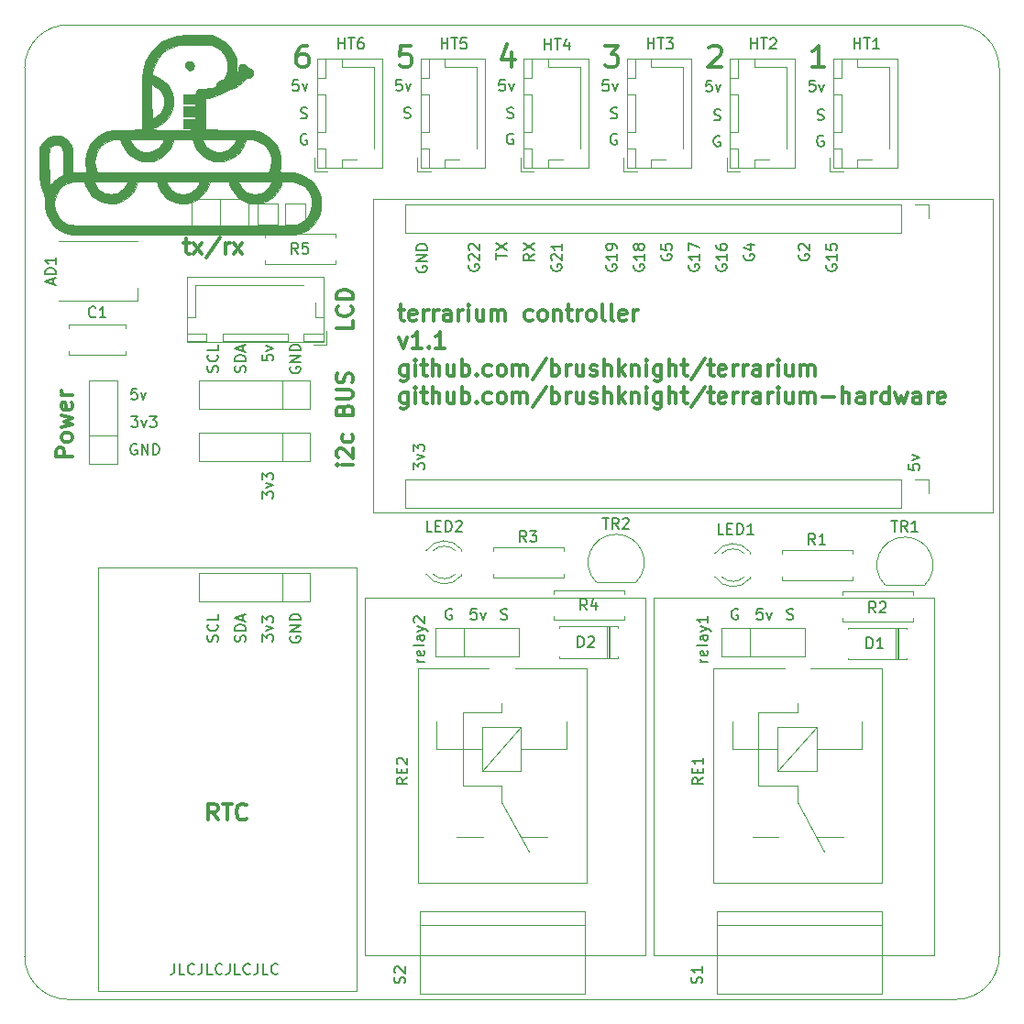
<source format=gbr>
%TF.GenerationSoftware,KiCad,Pcbnew,(5.1.10)-1*%
%TF.CreationDate,2021-12-02T23:37:58+01:00*%
%TF.ProjectId,terrarium,74657272-6172-4697-956d-2e6b69636164,rev?*%
%TF.SameCoordinates,Original*%
%TF.FileFunction,Legend,Top*%
%TF.FilePolarity,Positive*%
%FSLAX46Y46*%
G04 Gerber Fmt 4.6, Leading zero omitted, Abs format (unit mm)*
G04 Created by KiCad (PCBNEW (5.1.10)-1) date 2021-12-02 23:37:58*
%MOMM*%
%LPD*%
G01*
G04 APERTURE LIST*
%ADD10C,0.120000*%
%TA.AperFunction,Profile*%
%ADD11C,0.050000*%
%TD*%
%ADD12C,0.300000*%
%ADD13C,0.150000*%
%ADD14C,0.010000*%
G04 APERTURE END LIST*
D10*
X64770000Y-60646000D02*
X66040000Y-60646000D01*
X56455000Y-40386000D02*
X56451500Y-41529000D01*
X59055000Y-39056000D02*
X57785000Y-39056000D01*
X49590000Y-62230000D02*
X49590000Y-60960000D01*
X46926500Y-63563500D02*
X48260000Y-63560000D01*
X46930000Y-60960000D02*
X46926500Y-63563500D01*
X67373500Y-58483500D02*
X67370000Y-57150000D01*
X64770000Y-58480000D02*
X67373500Y-58483500D01*
X66040000Y-55820000D02*
X64770000Y-55820000D01*
X67373500Y-63309500D02*
X67370000Y-61976000D01*
X64770000Y-63306000D02*
X67373500Y-63309500D01*
X67373500Y-76263500D02*
X64770000Y-76263500D01*
X67370000Y-74930000D02*
X67373500Y-76263500D01*
X66040000Y-73600000D02*
X64770000Y-73600000D01*
X66040000Y-73596500D02*
X66040000Y-73600000D01*
X106680000Y-81340000D02*
X107950000Y-81340000D01*
X105346500Y-79946500D02*
X105350000Y-80010000D01*
X105346500Y-78676500D02*
X105346500Y-79946500D01*
X107950000Y-78680000D02*
X105346500Y-78676500D01*
X78930500Y-81343500D02*
X81534000Y-81340000D01*
X78934000Y-80010000D02*
X78930500Y-81343500D01*
X78930500Y-78676500D02*
X78934000Y-80010000D01*
X81534000Y-78680000D02*
X78930500Y-78676500D01*
D11*
X45000000Y-113000000D02*
G75*
G02*
X41000000Y-109000000I0J4000000D01*
G01*
X131000000Y-109000000D02*
G75*
G02*
X127000000Y-113000000I-4000000J0D01*
G01*
X127000000Y-23000000D02*
G75*
G02*
X131000000Y-27000000I0J-4000000D01*
G01*
X41000000Y-27000000D02*
G75*
G02*
X45000000Y-23000000I4000000J0D01*
G01*
D12*
X114871428Y-26904761D02*
X113728571Y-26904761D01*
X114300000Y-26904761D02*
X114300000Y-24904761D01*
X114109523Y-25190476D01*
X113919047Y-25380952D01*
X113728571Y-25476190D01*
X104203571Y-25095238D02*
X104298809Y-25000000D01*
X104489285Y-24904761D01*
X104965476Y-24904761D01*
X105155952Y-25000000D01*
X105251190Y-25095238D01*
X105346428Y-25285714D01*
X105346428Y-25476190D01*
X105251190Y-25761904D01*
X104108333Y-26904761D01*
X105346428Y-26904761D01*
X94583333Y-24904761D02*
X95821428Y-24904761D01*
X95154761Y-25666666D01*
X95440476Y-25666666D01*
X95630952Y-25761904D01*
X95726190Y-25857142D01*
X95821428Y-26047619D01*
X95821428Y-26523809D01*
X95726190Y-26714285D01*
X95630952Y-26809523D01*
X95440476Y-26904761D01*
X94869047Y-26904761D01*
X94678571Y-26809523D01*
X94583333Y-26714285D01*
X85978952Y-25571428D02*
X85978952Y-26904761D01*
X85502761Y-24809523D02*
X85026571Y-26238095D01*
X86264666Y-26238095D01*
X76676190Y-24904761D02*
X75723809Y-24904761D01*
X75628571Y-25857142D01*
X75723809Y-25761904D01*
X75914285Y-25666666D01*
X76390476Y-25666666D01*
X76580952Y-25761904D01*
X76676190Y-25857142D01*
X76771428Y-26047619D01*
X76771428Y-26523809D01*
X76676190Y-26714285D01*
X76580952Y-26809523D01*
X76390476Y-26904761D01*
X75914285Y-26904761D01*
X75723809Y-26809523D01*
X75628571Y-26714285D01*
X67055952Y-24904761D02*
X66675000Y-24904761D01*
X66484523Y-25000000D01*
X66389285Y-25095238D01*
X66198809Y-25380952D01*
X66103571Y-25761904D01*
X66103571Y-26523809D01*
X66198809Y-26714285D01*
X66294047Y-26809523D01*
X66484523Y-26904761D01*
X66865476Y-26904761D01*
X67055952Y-26809523D01*
X67151190Y-26714285D01*
X67246428Y-26523809D01*
X67246428Y-26047619D01*
X67151190Y-25857142D01*
X67055952Y-25761904D01*
X66865476Y-25666666D01*
X66484523Y-25666666D01*
X66294047Y-25761904D01*
X66198809Y-25857142D01*
X66103571Y-26047619D01*
D10*
X130429000Y-39116000D02*
X124968000Y-39116000D01*
X130429000Y-68072000D02*
X125095000Y-68072000D01*
X75692000Y-68072000D02*
X73152000Y-68072000D01*
X75565000Y-39116000D02*
X73152000Y-39116000D01*
X75565000Y-39116000D02*
X124968000Y-39116000D01*
X73152000Y-68072000D02*
X73152000Y-39116000D01*
X125095000Y-68072000D02*
X75692000Y-68072000D01*
X130429000Y-39116000D02*
X130429000Y-68072000D01*
D13*
X67025204Y-33104200D02*
X66929966Y-33056580D01*
X66787109Y-33056580D01*
X66644252Y-33104200D01*
X66549014Y-33199438D01*
X66501395Y-33294676D01*
X66453776Y-33485152D01*
X66453776Y-33628009D01*
X66501395Y-33818485D01*
X66549014Y-33913723D01*
X66644252Y-34008961D01*
X66787109Y-34056580D01*
X66882347Y-34056580D01*
X67025204Y-34008961D01*
X67072823Y-33961342D01*
X67072823Y-33628009D01*
X66882347Y-33628009D01*
X66263300Y-28103580D02*
X65787109Y-28103580D01*
X65739490Y-28579771D01*
X65787109Y-28532152D01*
X65882347Y-28484533D01*
X66120442Y-28484533D01*
X66215680Y-28532152D01*
X66263300Y-28579771D01*
X66310919Y-28675009D01*
X66310919Y-28913104D01*
X66263300Y-29008342D01*
X66215680Y-29055961D01*
X66120442Y-29103580D01*
X65882347Y-29103580D01*
X65787109Y-29055961D01*
X65739490Y-29008342D01*
X66644252Y-28436914D02*
X66882347Y-29103580D01*
X67120442Y-28436914D01*
X66501395Y-31595961D02*
X66644252Y-31643580D01*
X66882347Y-31643580D01*
X66977585Y-31595961D01*
X67025204Y-31548342D01*
X67072823Y-31453104D01*
X67072823Y-31357866D01*
X67025204Y-31262628D01*
X66977585Y-31215009D01*
X66882347Y-31167390D01*
X66691871Y-31119771D01*
X66596633Y-31072152D01*
X66549014Y-31024533D01*
X66501395Y-30929295D01*
X66501395Y-30834057D01*
X66549014Y-30738819D01*
X66596633Y-30691200D01*
X66691871Y-30643580D01*
X66929966Y-30643580D01*
X67072823Y-30691200D01*
X75813700Y-28078180D02*
X75337509Y-28078180D01*
X75289890Y-28554371D01*
X75337509Y-28506752D01*
X75432747Y-28459133D01*
X75670842Y-28459133D01*
X75766080Y-28506752D01*
X75813700Y-28554371D01*
X75861319Y-28649609D01*
X75861319Y-28887704D01*
X75813700Y-28982942D01*
X75766080Y-29030561D01*
X75670842Y-29078180D01*
X75432747Y-29078180D01*
X75337509Y-29030561D01*
X75289890Y-28982942D01*
X76194652Y-28411514D02*
X76432747Y-29078180D01*
X76670842Y-28411514D01*
X76051795Y-31570561D02*
X76194652Y-31618180D01*
X76432747Y-31618180D01*
X76527985Y-31570561D01*
X76575604Y-31522942D01*
X76623223Y-31427704D01*
X76623223Y-31332466D01*
X76575604Y-31237228D01*
X76527985Y-31189609D01*
X76432747Y-31141990D01*
X76242271Y-31094371D01*
X76147033Y-31046752D01*
X76099414Y-30999133D01*
X76051795Y-30903895D01*
X76051795Y-30808657D01*
X76099414Y-30713419D01*
X76147033Y-30665800D01*
X76242271Y-30618180D01*
X76480366Y-30618180D01*
X76623223Y-30665800D01*
X86100604Y-33078800D02*
X86005366Y-33031180D01*
X85862509Y-33031180D01*
X85719652Y-33078800D01*
X85624414Y-33174038D01*
X85576795Y-33269276D01*
X85529176Y-33459752D01*
X85529176Y-33602609D01*
X85576795Y-33793085D01*
X85624414Y-33888323D01*
X85719652Y-33983561D01*
X85862509Y-34031180D01*
X85957747Y-34031180D01*
X86100604Y-33983561D01*
X86148223Y-33935942D01*
X86148223Y-33602609D01*
X85957747Y-33602609D01*
X85338700Y-28078180D02*
X84862509Y-28078180D01*
X84814890Y-28554371D01*
X84862509Y-28506752D01*
X84957747Y-28459133D01*
X85195842Y-28459133D01*
X85291080Y-28506752D01*
X85338700Y-28554371D01*
X85386319Y-28649609D01*
X85386319Y-28887704D01*
X85338700Y-28982942D01*
X85291080Y-29030561D01*
X85195842Y-29078180D01*
X84957747Y-29078180D01*
X84862509Y-29030561D01*
X84814890Y-28982942D01*
X85719652Y-28411514D02*
X85957747Y-29078180D01*
X86195842Y-28411514D01*
X85576795Y-31570561D02*
X85719652Y-31618180D01*
X85957747Y-31618180D01*
X86052985Y-31570561D01*
X86100604Y-31522942D01*
X86148223Y-31427704D01*
X86148223Y-31332466D01*
X86100604Y-31237228D01*
X86052985Y-31189609D01*
X85957747Y-31141990D01*
X85767271Y-31094371D01*
X85672033Y-31046752D01*
X85624414Y-30999133D01*
X85576795Y-30903895D01*
X85576795Y-30808657D01*
X85624414Y-30713419D01*
X85672033Y-30665800D01*
X85767271Y-30618180D01*
X86005366Y-30618180D01*
X86148223Y-30665800D01*
D10*
X124968000Y-75946000D02*
X99060000Y-75946000D01*
D13*
X112530000Y-44213976D02*
X112482380Y-44309214D01*
X112482380Y-44452071D01*
X112530000Y-44594928D01*
X112625238Y-44690166D01*
X112720476Y-44737785D01*
X112910952Y-44785404D01*
X113053809Y-44785404D01*
X113244285Y-44737785D01*
X113339523Y-44690166D01*
X113434761Y-44594928D01*
X113482380Y-44452071D01*
X113482380Y-44356833D01*
X113434761Y-44213976D01*
X113387142Y-44166357D01*
X113053809Y-44166357D01*
X113053809Y-44356833D01*
X112577619Y-43785404D02*
X112530000Y-43737785D01*
X112482380Y-43642547D01*
X112482380Y-43404452D01*
X112530000Y-43309214D01*
X112577619Y-43261595D01*
X112672857Y-43213976D01*
X112768095Y-43213976D01*
X112910952Y-43261595D01*
X113482380Y-43833023D01*
X113482380Y-43213976D01*
X115070000Y-45166357D02*
X115022380Y-45261595D01*
X115022380Y-45404452D01*
X115070000Y-45547309D01*
X115165238Y-45642547D01*
X115260476Y-45690166D01*
X115450952Y-45737785D01*
X115593809Y-45737785D01*
X115784285Y-45690166D01*
X115879523Y-45642547D01*
X115974761Y-45547309D01*
X116022380Y-45404452D01*
X116022380Y-45309214D01*
X115974761Y-45166357D01*
X115927142Y-45118738D01*
X115593809Y-45118738D01*
X115593809Y-45309214D01*
X116022380Y-44166357D02*
X116022380Y-44737785D01*
X116022380Y-44452071D02*
X115022380Y-44452071D01*
X115165238Y-44547309D01*
X115260476Y-44642547D01*
X115308095Y-44737785D01*
X115022380Y-43261595D02*
X115022380Y-43737785D01*
X115498571Y-43785404D01*
X115450952Y-43737785D01*
X115403333Y-43642547D01*
X115403333Y-43404452D01*
X115450952Y-43309214D01*
X115498571Y-43261595D01*
X115593809Y-43213976D01*
X115831904Y-43213976D01*
X115927142Y-43261595D01*
X115974761Y-43309214D01*
X116022380Y-43404452D01*
X116022380Y-43642547D01*
X115974761Y-43737785D01*
X115927142Y-43785404D01*
X80436404Y-76970000D02*
X80341166Y-76922380D01*
X80198309Y-76922380D01*
X80055452Y-76970000D01*
X79960214Y-77065238D01*
X79912595Y-77160476D01*
X79864976Y-77350952D01*
X79864976Y-77493809D01*
X79912595Y-77684285D01*
X79960214Y-77779523D01*
X80055452Y-77874761D01*
X80198309Y-77922380D01*
X80293547Y-77922380D01*
X80436404Y-77874761D01*
X80484023Y-77827142D01*
X80484023Y-77493809D01*
X80293547Y-77493809D01*
X82722500Y-76922380D02*
X82246309Y-76922380D01*
X82198690Y-77398571D01*
X82246309Y-77350952D01*
X82341547Y-77303333D01*
X82579642Y-77303333D01*
X82674880Y-77350952D01*
X82722500Y-77398571D01*
X82770119Y-77493809D01*
X82770119Y-77731904D01*
X82722500Y-77827142D01*
X82674880Y-77874761D01*
X82579642Y-77922380D01*
X82341547Y-77922380D01*
X82246309Y-77874761D01*
X82198690Y-77827142D01*
X83103452Y-77255714D02*
X83341547Y-77922380D01*
X83579642Y-77255714D01*
X84992595Y-77874761D02*
X85135452Y-77922380D01*
X85373547Y-77922380D01*
X85468785Y-77874761D01*
X85516404Y-77827142D01*
X85564023Y-77731904D01*
X85564023Y-77636666D01*
X85516404Y-77541428D01*
X85468785Y-77493809D01*
X85373547Y-77446190D01*
X85183071Y-77398571D01*
X85087833Y-77350952D01*
X85040214Y-77303333D01*
X84992595Y-77208095D01*
X84992595Y-77112857D01*
X85040214Y-77017619D01*
X85087833Y-76970000D01*
X85183071Y-76922380D01*
X85421166Y-76922380D01*
X85564023Y-76970000D01*
D12*
X75521857Y-49320571D02*
X76093285Y-49320571D01*
X75736142Y-48820571D02*
X75736142Y-50106285D01*
X75807571Y-50249142D01*
X75950428Y-50320571D01*
X76093285Y-50320571D01*
X77164714Y-50249142D02*
X77021857Y-50320571D01*
X76736142Y-50320571D01*
X76593285Y-50249142D01*
X76521857Y-50106285D01*
X76521857Y-49534857D01*
X76593285Y-49392000D01*
X76736142Y-49320571D01*
X77021857Y-49320571D01*
X77164714Y-49392000D01*
X77236142Y-49534857D01*
X77236142Y-49677714D01*
X76521857Y-49820571D01*
X77879000Y-50320571D02*
X77879000Y-49320571D01*
X77879000Y-49606285D02*
X77950428Y-49463428D01*
X78021857Y-49392000D01*
X78164714Y-49320571D01*
X78307571Y-49320571D01*
X78807571Y-50320571D02*
X78807571Y-49320571D01*
X78807571Y-49606285D02*
X78879000Y-49463428D01*
X78950428Y-49392000D01*
X79093285Y-49320571D01*
X79236142Y-49320571D01*
X80379000Y-50320571D02*
X80379000Y-49534857D01*
X80307571Y-49392000D01*
X80164714Y-49320571D01*
X79879000Y-49320571D01*
X79736142Y-49392000D01*
X80379000Y-50249142D02*
X80236142Y-50320571D01*
X79879000Y-50320571D01*
X79736142Y-50249142D01*
X79664714Y-50106285D01*
X79664714Y-49963428D01*
X79736142Y-49820571D01*
X79879000Y-49749142D01*
X80236142Y-49749142D01*
X80379000Y-49677714D01*
X81093285Y-50320571D02*
X81093285Y-49320571D01*
X81093285Y-49606285D02*
X81164714Y-49463428D01*
X81236142Y-49392000D01*
X81379000Y-49320571D01*
X81521857Y-49320571D01*
X82021857Y-50320571D02*
X82021857Y-49320571D01*
X82021857Y-48820571D02*
X81950428Y-48892000D01*
X82021857Y-48963428D01*
X82093285Y-48892000D01*
X82021857Y-48820571D01*
X82021857Y-48963428D01*
X83379000Y-49320571D02*
X83379000Y-50320571D01*
X82736142Y-49320571D02*
X82736142Y-50106285D01*
X82807571Y-50249142D01*
X82950428Y-50320571D01*
X83164714Y-50320571D01*
X83307571Y-50249142D01*
X83379000Y-50177714D01*
X84093285Y-50320571D02*
X84093285Y-49320571D01*
X84093285Y-49463428D02*
X84164714Y-49392000D01*
X84307571Y-49320571D01*
X84521857Y-49320571D01*
X84664714Y-49392000D01*
X84736142Y-49534857D01*
X84736142Y-50320571D01*
X84736142Y-49534857D02*
X84807571Y-49392000D01*
X84950428Y-49320571D01*
X85164714Y-49320571D01*
X85307571Y-49392000D01*
X85379000Y-49534857D01*
X85379000Y-50320571D01*
X87879000Y-50249142D02*
X87736142Y-50320571D01*
X87450428Y-50320571D01*
X87307571Y-50249142D01*
X87236142Y-50177714D01*
X87164714Y-50034857D01*
X87164714Y-49606285D01*
X87236142Y-49463428D01*
X87307571Y-49392000D01*
X87450428Y-49320571D01*
X87736142Y-49320571D01*
X87879000Y-49392000D01*
X88736142Y-50320571D02*
X88593285Y-50249142D01*
X88521857Y-50177714D01*
X88450428Y-50034857D01*
X88450428Y-49606285D01*
X88521857Y-49463428D01*
X88593285Y-49392000D01*
X88736142Y-49320571D01*
X88950428Y-49320571D01*
X89093285Y-49392000D01*
X89164714Y-49463428D01*
X89236142Y-49606285D01*
X89236142Y-50034857D01*
X89164714Y-50177714D01*
X89093285Y-50249142D01*
X88950428Y-50320571D01*
X88736142Y-50320571D01*
X89879000Y-49320571D02*
X89879000Y-50320571D01*
X89879000Y-49463428D02*
X89950428Y-49392000D01*
X90093285Y-49320571D01*
X90307571Y-49320571D01*
X90450428Y-49392000D01*
X90521857Y-49534857D01*
X90521857Y-50320571D01*
X91021857Y-49320571D02*
X91593285Y-49320571D01*
X91236142Y-48820571D02*
X91236142Y-50106285D01*
X91307571Y-50249142D01*
X91450428Y-50320571D01*
X91593285Y-50320571D01*
X92093285Y-50320571D02*
X92093285Y-49320571D01*
X92093285Y-49606285D02*
X92164714Y-49463428D01*
X92236142Y-49392000D01*
X92379000Y-49320571D01*
X92521857Y-49320571D01*
X93236142Y-50320571D02*
X93093285Y-50249142D01*
X93021857Y-50177714D01*
X92950428Y-50034857D01*
X92950428Y-49606285D01*
X93021857Y-49463428D01*
X93093285Y-49392000D01*
X93236142Y-49320571D01*
X93450428Y-49320571D01*
X93593285Y-49392000D01*
X93664714Y-49463428D01*
X93736142Y-49606285D01*
X93736142Y-50034857D01*
X93664714Y-50177714D01*
X93593285Y-50249142D01*
X93450428Y-50320571D01*
X93236142Y-50320571D01*
X94593285Y-50320571D02*
X94450428Y-50249142D01*
X94379000Y-50106285D01*
X94379000Y-48820571D01*
X95379000Y-50320571D02*
X95236142Y-50249142D01*
X95164714Y-50106285D01*
X95164714Y-48820571D01*
X96521857Y-50249142D02*
X96379000Y-50320571D01*
X96093285Y-50320571D01*
X95950428Y-50249142D01*
X95879000Y-50106285D01*
X95879000Y-49534857D01*
X95950428Y-49392000D01*
X96093285Y-49320571D01*
X96379000Y-49320571D01*
X96521857Y-49392000D01*
X96593285Y-49534857D01*
X96593285Y-49677714D01*
X95879000Y-49820571D01*
X97236142Y-50320571D02*
X97236142Y-49320571D01*
X97236142Y-49606285D02*
X97307571Y-49463428D01*
X97379000Y-49392000D01*
X97521857Y-49320571D01*
X97664714Y-49320571D01*
X75593285Y-51870571D02*
X75950428Y-52870571D01*
X76307571Y-51870571D01*
X77664714Y-52870571D02*
X76807571Y-52870571D01*
X77236142Y-52870571D02*
X77236142Y-51370571D01*
X77093285Y-51584857D01*
X76950428Y-51727714D01*
X76807571Y-51799142D01*
X78307571Y-52727714D02*
X78379000Y-52799142D01*
X78307571Y-52870571D01*
X78236142Y-52799142D01*
X78307571Y-52727714D01*
X78307571Y-52870571D01*
X79807571Y-52870571D02*
X78950428Y-52870571D01*
X79379000Y-52870571D02*
X79379000Y-51370571D01*
X79236142Y-51584857D01*
X79093285Y-51727714D01*
X78950428Y-51799142D01*
X76379000Y-54420571D02*
X76379000Y-55634857D01*
X76307571Y-55777714D01*
X76236142Y-55849142D01*
X76093285Y-55920571D01*
X75879000Y-55920571D01*
X75736142Y-55849142D01*
X76379000Y-55349142D02*
X76236142Y-55420571D01*
X75950428Y-55420571D01*
X75807571Y-55349142D01*
X75736142Y-55277714D01*
X75664714Y-55134857D01*
X75664714Y-54706285D01*
X75736142Y-54563428D01*
X75807571Y-54492000D01*
X75950428Y-54420571D01*
X76236142Y-54420571D01*
X76379000Y-54492000D01*
X77093285Y-55420571D02*
X77093285Y-54420571D01*
X77093285Y-53920571D02*
X77021857Y-53992000D01*
X77093285Y-54063428D01*
X77164714Y-53992000D01*
X77093285Y-53920571D01*
X77093285Y-54063428D01*
X77593285Y-54420571D02*
X78164714Y-54420571D01*
X77807571Y-53920571D02*
X77807571Y-55206285D01*
X77879000Y-55349142D01*
X78021857Y-55420571D01*
X78164714Y-55420571D01*
X78664714Y-55420571D02*
X78664714Y-53920571D01*
X79307571Y-55420571D02*
X79307571Y-54634857D01*
X79236142Y-54492000D01*
X79093285Y-54420571D01*
X78879000Y-54420571D01*
X78736142Y-54492000D01*
X78664714Y-54563428D01*
X80664714Y-54420571D02*
X80664714Y-55420571D01*
X80021857Y-54420571D02*
X80021857Y-55206285D01*
X80093285Y-55349142D01*
X80236142Y-55420571D01*
X80450428Y-55420571D01*
X80593285Y-55349142D01*
X80664714Y-55277714D01*
X81379000Y-55420571D02*
X81379000Y-53920571D01*
X81379000Y-54492000D02*
X81521857Y-54420571D01*
X81807571Y-54420571D01*
X81950428Y-54492000D01*
X82021857Y-54563428D01*
X82093285Y-54706285D01*
X82093285Y-55134857D01*
X82021857Y-55277714D01*
X81950428Y-55349142D01*
X81807571Y-55420571D01*
X81521857Y-55420571D01*
X81379000Y-55349142D01*
X82736142Y-55277714D02*
X82807571Y-55349142D01*
X82736142Y-55420571D01*
X82664714Y-55349142D01*
X82736142Y-55277714D01*
X82736142Y-55420571D01*
X84093285Y-55349142D02*
X83950428Y-55420571D01*
X83664714Y-55420571D01*
X83521857Y-55349142D01*
X83450428Y-55277714D01*
X83379000Y-55134857D01*
X83379000Y-54706285D01*
X83450428Y-54563428D01*
X83521857Y-54492000D01*
X83664714Y-54420571D01*
X83950428Y-54420571D01*
X84093285Y-54492000D01*
X84950428Y-55420571D02*
X84807571Y-55349142D01*
X84736142Y-55277714D01*
X84664714Y-55134857D01*
X84664714Y-54706285D01*
X84736142Y-54563428D01*
X84807571Y-54492000D01*
X84950428Y-54420571D01*
X85164714Y-54420571D01*
X85307571Y-54492000D01*
X85379000Y-54563428D01*
X85450428Y-54706285D01*
X85450428Y-55134857D01*
X85379000Y-55277714D01*
X85307571Y-55349142D01*
X85164714Y-55420571D01*
X84950428Y-55420571D01*
X86093285Y-55420571D02*
X86093285Y-54420571D01*
X86093285Y-54563428D02*
X86164714Y-54492000D01*
X86307571Y-54420571D01*
X86521857Y-54420571D01*
X86664714Y-54492000D01*
X86736142Y-54634857D01*
X86736142Y-55420571D01*
X86736142Y-54634857D02*
X86807571Y-54492000D01*
X86950428Y-54420571D01*
X87164714Y-54420571D01*
X87307571Y-54492000D01*
X87379000Y-54634857D01*
X87379000Y-55420571D01*
X89164714Y-53849142D02*
X87879000Y-55777714D01*
X89664714Y-55420571D02*
X89664714Y-53920571D01*
X89664714Y-54492000D02*
X89807571Y-54420571D01*
X90093285Y-54420571D01*
X90236142Y-54492000D01*
X90307571Y-54563428D01*
X90379000Y-54706285D01*
X90379000Y-55134857D01*
X90307571Y-55277714D01*
X90236142Y-55349142D01*
X90093285Y-55420571D01*
X89807571Y-55420571D01*
X89664714Y-55349142D01*
X91021857Y-55420571D02*
X91021857Y-54420571D01*
X91021857Y-54706285D02*
X91093285Y-54563428D01*
X91164714Y-54492000D01*
X91307571Y-54420571D01*
X91450428Y-54420571D01*
X92593285Y-54420571D02*
X92593285Y-55420571D01*
X91950428Y-54420571D02*
X91950428Y-55206285D01*
X92021857Y-55349142D01*
X92164714Y-55420571D01*
X92379000Y-55420571D01*
X92521857Y-55349142D01*
X92593285Y-55277714D01*
X93236142Y-55349142D02*
X93379000Y-55420571D01*
X93664714Y-55420571D01*
X93807571Y-55349142D01*
X93879000Y-55206285D01*
X93879000Y-55134857D01*
X93807571Y-54992000D01*
X93664714Y-54920571D01*
X93450428Y-54920571D01*
X93307571Y-54849142D01*
X93236142Y-54706285D01*
X93236142Y-54634857D01*
X93307571Y-54492000D01*
X93450428Y-54420571D01*
X93664714Y-54420571D01*
X93807571Y-54492000D01*
X94521857Y-55420571D02*
X94521857Y-53920571D01*
X95164714Y-55420571D02*
X95164714Y-54634857D01*
X95093285Y-54492000D01*
X94950428Y-54420571D01*
X94736142Y-54420571D01*
X94593285Y-54492000D01*
X94521857Y-54563428D01*
X95879000Y-55420571D02*
X95879000Y-53920571D01*
X96021857Y-54849142D02*
X96450428Y-55420571D01*
X96450428Y-54420571D02*
X95879000Y-54992000D01*
X97093285Y-54420571D02*
X97093285Y-55420571D01*
X97093285Y-54563428D02*
X97164714Y-54492000D01*
X97307571Y-54420571D01*
X97521857Y-54420571D01*
X97664714Y-54492000D01*
X97736142Y-54634857D01*
X97736142Y-55420571D01*
X98450428Y-55420571D02*
X98450428Y-54420571D01*
X98450428Y-53920571D02*
X98379000Y-53992000D01*
X98450428Y-54063428D01*
X98521857Y-53992000D01*
X98450428Y-53920571D01*
X98450428Y-54063428D01*
X99807571Y-54420571D02*
X99807571Y-55634857D01*
X99736142Y-55777714D01*
X99664714Y-55849142D01*
X99521857Y-55920571D01*
X99307571Y-55920571D01*
X99164714Y-55849142D01*
X99807571Y-55349142D02*
X99664714Y-55420571D01*
X99379000Y-55420571D01*
X99236142Y-55349142D01*
X99164714Y-55277714D01*
X99093285Y-55134857D01*
X99093285Y-54706285D01*
X99164714Y-54563428D01*
X99236142Y-54492000D01*
X99379000Y-54420571D01*
X99664714Y-54420571D01*
X99807571Y-54492000D01*
X100521857Y-55420571D02*
X100521857Y-53920571D01*
X101164714Y-55420571D02*
X101164714Y-54634857D01*
X101093285Y-54492000D01*
X100950428Y-54420571D01*
X100736142Y-54420571D01*
X100593285Y-54492000D01*
X100521857Y-54563428D01*
X101664714Y-54420571D02*
X102236142Y-54420571D01*
X101879000Y-53920571D02*
X101879000Y-55206285D01*
X101950428Y-55349142D01*
X102093285Y-55420571D01*
X102236142Y-55420571D01*
X103807571Y-53849142D02*
X102521857Y-55777714D01*
X104093285Y-54420571D02*
X104664714Y-54420571D01*
X104307571Y-53920571D02*
X104307571Y-55206285D01*
X104379000Y-55349142D01*
X104521857Y-55420571D01*
X104664714Y-55420571D01*
X105736142Y-55349142D02*
X105593285Y-55420571D01*
X105307571Y-55420571D01*
X105164714Y-55349142D01*
X105093285Y-55206285D01*
X105093285Y-54634857D01*
X105164714Y-54492000D01*
X105307571Y-54420571D01*
X105593285Y-54420571D01*
X105736142Y-54492000D01*
X105807571Y-54634857D01*
X105807571Y-54777714D01*
X105093285Y-54920571D01*
X106450428Y-55420571D02*
X106450428Y-54420571D01*
X106450428Y-54706285D02*
X106521857Y-54563428D01*
X106593285Y-54492000D01*
X106736142Y-54420571D01*
X106879000Y-54420571D01*
X107379000Y-55420571D02*
X107379000Y-54420571D01*
X107379000Y-54706285D02*
X107450428Y-54563428D01*
X107521857Y-54492000D01*
X107664714Y-54420571D01*
X107807571Y-54420571D01*
X108950428Y-55420571D02*
X108950428Y-54634857D01*
X108879000Y-54492000D01*
X108736142Y-54420571D01*
X108450428Y-54420571D01*
X108307571Y-54492000D01*
X108950428Y-55349142D02*
X108807571Y-55420571D01*
X108450428Y-55420571D01*
X108307571Y-55349142D01*
X108236142Y-55206285D01*
X108236142Y-55063428D01*
X108307571Y-54920571D01*
X108450428Y-54849142D01*
X108807571Y-54849142D01*
X108950428Y-54777714D01*
X109664714Y-55420571D02*
X109664714Y-54420571D01*
X109664714Y-54706285D02*
X109736142Y-54563428D01*
X109807571Y-54492000D01*
X109950428Y-54420571D01*
X110093285Y-54420571D01*
X110593285Y-55420571D02*
X110593285Y-54420571D01*
X110593285Y-53920571D02*
X110521857Y-53992000D01*
X110593285Y-54063428D01*
X110664714Y-53992000D01*
X110593285Y-53920571D01*
X110593285Y-54063428D01*
X111950428Y-54420571D02*
X111950428Y-55420571D01*
X111307571Y-54420571D02*
X111307571Y-55206285D01*
X111379000Y-55349142D01*
X111521857Y-55420571D01*
X111736142Y-55420571D01*
X111879000Y-55349142D01*
X111950428Y-55277714D01*
X112664714Y-55420571D02*
X112664714Y-54420571D01*
X112664714Y-54563428D02*
X112736142Y-54492000D01*
X112879000Y-54420571D01*
X113093285Y-54420571D01*
X113236142Y-54492000D01*
X113307571Y-54634857D01*
X113307571Y-55420571D01*
X113307571Y-54634857D02*
X113379000Y-54492000D01*
X113521857Y-54420571D01*
X113736142Y-54420571D01*
X113879000Y-54492000D01*
X113950428Y-54634857D01*
X113950428Y-55420571D01*
X76379000Y-56970571D02*
X76379000Y-58184857D01*
X76307571Y-58327714D01*
X76236142Y-58399142D01*
X76093285Y-58470571D01*
X75879000Y-58470571D01*
X75736142Y-58399142D01*
X76379000Y-57899142D02*
X76236142Y-57970571D01*
X75950428Y-57970571D01*
X75807571Y-57899142D01*
X75736142Y-57827714D01*
X75664714Y-57684857D01*
X75664714Y-57256285D01*
X75736142Y-57113428D01*
X75807571Y-57042000D01*
X75950428Y-56970571D01*
X76236142Y-56970571D01*
X76379000Y-57042000D01*
X77093285Y-57970571D02*
X77093285Y-56970571D01*
X77093285Y-56470571D02*
X77021857Y-56542000D01*
X77093285Y-56613428D01*
X77164714Y-56542000D01*
X77093285Y-56470571D01*
X77093285Y-56613428D01*
X77593285Y-56970571D02*
X78164714Y-56970571D01*
X77807571Y-56470571D02*
X77807571Y-57756285D01*
X77879000Y-57899142D01*
X78021857Y-57970571D01*
X78164714Y-57970571D01*
X78664714Y-57970571D02*
X78664714Y-56470571D01*
X79307571Y-57970571D02*
X79307571Y-57184857D01*
X79236142Y-57042000D01*
X79093285Y-56970571D01*
X78879000Y-56970571D01*
X78736142Y-57042000D01*
X78664714Y-57113428D01*
X80664714Y-56970571D02*
X80664714Y-57970571D01*
X80021857Y-56970571D02*
X80021857Y-57756285D01*
X80093285Y-57899142D01*
X80236142Y-57970571D01*
X80450428Y-57970571D01*
X80593285Y-57899142D01*
X80664714Y-57827714D01*
X81379000Y-57970571D02*
X81379000Y-56470571D01*
X81379000Y-57042000D02*
X81521857Y-56970571D01*
X81807571Y-56970571D01*
X81950428Y-57042000D01*
X82021857Y-57113428D01*
X82093285Y-57256285D01*
X82093285Y-57684857D01*
X82021857Y-57827714D01*
X81950428Y-57899142D01*
X81807571Y-57970571D01*
X81521857Y-57970571D01*
X81379000Y-57899142D01*
X82736142Y-57827714D02*
X82807571Y-57899142D01*
X82736142Y-57970571D01*
X82664714Y-57899142D01*
X82736142Y-57827714D01*
X82736142Y-57970571D01*
X84093285Y-57899142D02*
X83950428Y-57970571D01*
X83664714Y-57970571D01*
X83521857Y-57899142D01*
X83450428Y-57827714D01*
X83379000Y-57684857D01*
X83379000Y-57256285D01*
X83450428Y-57113428D01*
X83521857Y-57042000D01*
X83664714Y-56970571D01*
X83950428Y-56970571D01*
X84093285Y-57042000D01*
X84950428Y-57970571D02*
X84807571Y-57899142D01*
X84736142Y-57827714D01*
X84664714Y-57684857D01*
X84664714Y-57256285D01*
X84736142Y-57113428D01*
X84807571Y-57042000D01*
X84950428Y-56970571D01*
X85164714Y-56970571D01*
X85307571Y-57042000D01*
X85379000Y-57113428D01*
X85450428Y-57256285D01*
X85450428Y-57684857D01*
X85379000Y-57827714D01*
X85307571Y-57899142D01*
X85164714Y-57970571D01*
X84950428Y-57970571D01*
X86093285Y-57970571D02*
X86093285Y-56970571D01*
X86093285Y-57113428D02*
X86164714Y-57042000D01*
X86307571Y-56970571D01*
X86521857Y-56970571D01*
X86664714Y-57042000D01*
X86736142Y-57184857D01*
X86736142Y-57970571D01*
X86736142Y-57184857D02*
X86807571Y-57042000D01*
X86950428Y-56970571D01*
X87164714Y-56970571D01*
X87307571Y-57042000D01*
X87379000Y-57184857D01*
X87379000Y-57970571D01*
X89164714Y-56399142D02*
X87879000Y-58327714D01*
X89664714Y-57970571D02*
X89664714Y-56470571D01*
X89664714Y-57042000D02*
X89807571Y-56970571D01*
X90093285Y-56970571D01*
X90236142Y-57042000D01*
X90307571Y-57113428D01*
X90379000Y-57256285D01*
X90379000Y-57684857D01*
X90307571Y-57827714D01*
X90236142Y-57899142D01*
X90093285Y-57970571D01*
X89807571Y-57970571D01*
X89664714Y-57899142D01*
X91021857Y-57970571D02*
X91021857Y-56970571D01*
X91021857Y-57256285D02*
X91093285Y-57113428D01*
X91164714Y-57042000D01*
X91307571Y-56970571D01*
X91450428Y-56970571D01*
X92593285Y-56970571D02*
X92593285Y-57970571D01*
X91950428Y-56970571D02*
X91950428Y-57756285D01*
X92021857Y-57899142D01*
X92164714Y-57970571D01*
X92379000Y-57970571D01*
X92521857Y-57899142D01*
X92593285Y-57827714D01*
X93236142Y-57899142D02*
X93379000Y-57970571D01*
X93664714Y-57970571D01*
X93807571Y-57899142D01*
X93879000Y-57756285D01*
X93879000Y-57684857D01*
X93807571Y-57542000D01*
X93664714Y-57470571D01*
X93450428Y-57470571D01*
X93307571Y-57399142D01*
X93236142Y-57256285D01*
X93236142Y-57184857D01*
X93307571Y-57042000D01*
X93450428Y-56970571D01*
X93664714Y-56970571D01*
X93807571Y-57042000D01*
X94521857Y-57970571D02*
X94521857Y-56470571D01*
X95164714Y-57970571D02*
X95164714Y-57184857D01*
X95093285Y-57042000D01*
X94950428Y-56970571D01*
X94736142Y-56970571D01*
X94593285Y-57042000D01*
X94521857Y-57113428D01*
X95879000Y-57970571D02*
X95879000Y-56470571D01*
X96021857Y-57399142D02*
X96450428Y-57970571D01*
X96450428Y-56970571D02*
X95879000Y-57542000D01*
X97093285Y-56970571D02*
X97093285Y-57970571D01*
X97093285Y-57113428D02*
X97164714Y-57042000D01*
X97307571Y-56970571D01*
X97521857Y-56970571D01*
X97664714Y-57042000D01*
X97736142Y-57184857D01*
X97736142Y-57970571D01*
X98450428Y-57970571D02*
X98450428Y-56970571D01*
X98450428Y-56470571D02*
X98379000Y-56542000D01*
X98450428Y-56613428D01*
X98521857Y-56542000D01*
X98450428Y-56470571D01*
X98450428Y-56613428D01*
X99807571Y-56970571D02*
X99807571Y-58184857D01*
X99736142Y-58327714D01*
X99664714Y-58399142D01*
X99521857Y-58470571D01*
X99307571Y-58470571D01*
X99164714Y-58399142D01*
X99807571Y-57899142D02*
X99664714Y-57970571D01*
X99379000Y-57970571D01*
X99236142Y-57899142D01*
X99164714Y-57827714D01*
X99093285Y-57684857D01*
X99093285Y-57256285D01*
X99164714Y-57113428D01*
X99236142Y-57042000D01*
X99379000Y-56970571D01*
X99664714Y-56970571D01*
X99807571Y-57042000D01*
X100521857Y-57970571D02*
X100521857Y-56470571D01*
X101164714Y-57970571D02*
X101164714Y-57184857D01*
X101093285Y-57042000D01*
X100950428Y-56970571D01*
X100736142Y-56970571D01*
X100593285Y-57042000D01*
X100521857Y-57113428D01*
X101664714Y-56970571D02*
X102236142Y-56970571D01*
X101879000Y-56470571D02*
X101879000Y-57756285D01*
X101950428Y-57899142D01*
X102093285Y-57970571D01*
X102236142Y-57970571D01*
X103807571Y-56399142D02*
X102521857Y-58327714D01*
X104093285Y-56970571D02*
X104664714Y-56970571D01*
X104307571Y-56470571D02*
X104307571Y-57756285D01*
X104379000Y-57899142D01*
X104521857Y-57970571D01*
X104664714Y-57970571D01*
X105736142Y-57899142D02*
X105593285Y-57970571D01*
X105307571Y-57970571D01*
X105164714Y-57899142D01*
X105093285Y-57756285D01*
X105093285Y-57184857D01*
X105164714Y-57042000D01*
X105307571Y-56970571D01*
X105593285Y-56970571D01*
X105736142Y-57042000D01*
X105807571Y-57184857D01*
X105807571Y-57327714D01*
X105093285Y-57470571D01*
X106450428Y-57970571D02*
X106450428Y-56970571D01*
X106450428Y-57256285D02*
X106521857Y-57113428D01*
X106593285Y-57042000D01*
X106736142Y-56970571D01*
X106879000Y-56970571D01*
X107379000Y-57970571D02*
X107379000Y-56970571D01*
X107379000Y-57256285D02*
X107450428Y-57113428D01*
X107521857Y-57042000D01*
X107664714Y-56970571D01*
X107807571Y-56970571D01*
X108950428Y-57970571D02*
X108950428Y-57184857D01*
X108879000Y-57042000D01*
X108736142Y-56970571D01*
X108450428Y-56970571D01*
X108307571Y-57042000D01*
X108950428Y-57899142D02*
X108807571Y-57970571D01*
X108450428Y-57970571D01*
X108307571Y-57899142D01*
X108236142Y-57756285D01*
X108236142Y-57613428D01*
X108307571Y-57470571D01*
X108450428Y-57399142D01*
X108807571Y-57399142D01*
X108950428Y-57327714D01*
X109664714Y-57970571D02*
X109664714Y-56970571D01*
X109664714Y-57256285D02*
X109736142Y-57113428D01*
X109807571Y-57042000D01*
X109950428Y-56970571D01*
X110093285Y-56970571D01*
X110593285Y-57970571D02*
X110593285Y-56970571D01*
X110593285Y-56470571D02*
X110521857Y-56542000D01*
X110593285Y-56613428D01*
X110664714Y-56542000D01*
X110593285Y-56470571D01*
X110593285Y-56613428D01*
X111950428Y-56970571D02*
X111950428Y-57970571D01*
X111307571Y-56970571D02*
X111307571Y-57756285D01*
X111379000Y-57899142D01*
X111521857Y-57970571D01*
X111736142Y-57970571D01*
X111879000Y-57899142D01*
X111950428Y-57827714D01*
X112664714Y-57970571D02*
X112664714Y-56970571D01*
X112664714Y-57113428D02*
X112736142Y-57042000D01*
X112879000Y-56970571D01*
X113093285Y-56970571D01*
X113236142Y-57042000D01*
X113307571Y-57184857D01*
X113307571Y-57970571D01*
X113307571Y-57184857D02*
X113379000Y-57042000D01*
X113521857Y-56970571D01*
X113736142Y-56970571D01*
X113879000Y-57042000D01*
X113950428Y-57184857D01*
X113950428Y-57970571D01*
X114664714Y-57399142D02*
X115807571Y-57399142D01*
X116521857Y-57970571D02*
X116521857Y-56470571D01*
X117164714Y-57970571D02*
X117164714Y-57184857D01*
X117093285Y-57042000D01*
X116950428Y-56970571D01*
X116736142Y-56970571D01*
X116593285Y-57042000D01*
X116521857Y-57113428D01*
X118521857Y-57970571D02*
X118521857Y-57184857D01*
X118450428Y-57042000D01*
X118307571Y-56970571D01*
X118021857Y-56970571D01*
X117879000Y-57042000D01*
X118521857Y-57899142D02*
X118379000Y-57970571D01*
X118021857Y-57970571D01*
X117879000Y-57899142D01*
X117807571Y-57756285D01*
X117807571Y-57613428D01*
X117879000Y-57470571D01*
X118021857Y-57399142D01*
X118379000Y-57399142D01*
X118521857Y-57327714D01*
X119236142Y-57970571D02*
X119236142Y-56970571D01*
X119236142Y-57256285D02*
X119307571Y-57113428D01*
X119379000Y-57042000D01*
X119521857Y-56970571D01*
X119664714Y-56970571D01*
X120807571Y-57970571D02*
X120807571Y-56470571D01*
X120807571Y-57899142D02*
X120664714Y-57970571D01*
X120379000Y-57970571D01*
X120236142Y-57899142D01*
X120164714Y-57827714D01*
X120093285Y-57684857D01*
X120093285Y-57256285D01*
X120164714Y-57113428D01*
X120236142Y-57042000D01*
X120379000Y-56970571D01*
X120664714Y-56970571D01*
X120807571Y-57042000D01*
X121379000Y-56970571D02*
X121664714Y-57970571D01*
X121950428Y-57256285D01*
X122236142Y-57970571D01*
X122521857Y-56970571D01*
X123736142Y-57970571D02*
X123736142Y-57184857D01*
X123664714Y-57042000D01*
X123521857Y-56970571D01*
X123236142Y-56970571D01*
X123093285Y-57042000D01*
X123736142Y-57899142D02*
X123593285Y-57970571D01*
X123236142Y-57970571D01*
X123093285Y-57899142D01*
X123021857Y-57756285D01*
X123021857Y-57613428D01*
X123093285Y-57470571D01*
X123236142Y-57399142D01*
X123593285Y-57399142D01*
X123736142Y-57327714D01*
X124450428Y-57970571D02*
X124450428Y-56970571D01*
X124450428Y-57256285D02*
X124521857Y-57113428D01*
X124593285Y-57042000D01*
X124736142Y-56970571D01*
X124879000Y-56970571D01*
X125950428Y-57899142D02*
X125807571Y-57970571D01*
X125521857Y-57970571D01*
X125379000Y-57899142D01*
X125307571Y-57756285D01*
X125307571Y-57184857D01*
X125379000Y-57042000D01*
X125521857Y-56970571D01*
X125807571Y-56970571D01*
X125950428Y-57042000D01*
X126021857Y-57184857D01*
X126021857Y-57327714D01*
X125307571Y-57470571D01*
D13*
X95152595Y-31595961D02*
X95295452Y-31643580D01*
X95533547Y-31643580D01*
X95628785Y-31595961D01*
X95676404Y-31548342D01*
X95724023Y-31453104D01*
X95724023Y-31357866D01*
X95676404Y-31262628D01*
X95628785Y-31215009D01*
X95533547Y-31167390D01*
X95343071Y-31119771D01*
X95247833Y-31072152D01*
X95200214Y-31024533D01*
X95152595Y-30929295D01*
X95152595Y-30834057D01*
X95200214Y-30738819D01*
X95247833Y-30691200D01*
X95343071Y-30643580D01*
X95581166Y-30643580D01*
X95724023Y-30691200D01*
X113989900Y-28128980D02*
X113513709Y-28128980D01*
X113466090Y-28605171D01*
X113513709Y-28557552D01*
X113608947Y-28509933D01*
X113847042Y-28509933D01*
X113942280Y-28557552D01*
X113989900Y-28605171D01*
X114037519Y-28700409D01*
X114037519Y-28938504D01*
X113989900Y-29033742D01*
X113942280Y-29081361D01*
X113847042Y-29128980D01*
X113608947Y-29128980D01*
X113513709Y-29081361D01*
X113466090Y-29033742D01*
X114370852Y-28462314D02*
X114608947Y-29128980D01*
X114847042Y-28462314D01*
X114227995Y-31748361D02*
X114370852Y-31795980D01*
X114608947Y-31795980D01*
X114704185Y-31748361D01*
X114751804Y-31700742D01*
X114799423Y-31605504D01*
X114799423Y-31510266D01*
X114751804Y-31415028D01*
X114704185Y-31367409D01*
X114608947Y-31319790D01*
X114418471Y-31272171D01*
X114323233Y-31224552D01*
X114275614Y-31176933D01*
X114227995Y-31081695D01*
X114227995Y-30986457D01*
X114275614Y-30891219D01*
X114323233Y-30843600D01*
X114418471Y-30795980D01*
X114656566Y-30795980D01*
X114799423Y-30843600D01*
X104439500Y-28154380D02*
X103963309Y-28154380D01*
X103915690Y-28630571D01*
X103963309Y-28582952D01*
X104058547Y-28535333D01*
X104296642Y-28535333D01*
X104391880Y-28582952D01*
X104439500Y-28630571D01*
X104487119Y-28725809D01*
X104487119Y-28963904D01*
X104439500Y-29059142D01*
X104391880Y-29106761D01*
X104296642Y-29154380D01*
X104058547Y-29154380D01*
X103963309Y-29106761D01*
X103915690Y-29059142D01*
X104820452Y-28487714D02*
X105058547Y-29154380D01*
X105296642Y-28487714D01*
X104677595Y-31773761D02*
X104820452Y-31821380D01*
X105058547Y-31821380D01*
X105153785Y-31773761D01*
X105201404Y-31726142D01*
X105249023Y-31630904D01*
X105249023Y-31535666D01*
X105201404Y-31440428D01*
X105153785Y-31392809D01*
X105058547Y-31345190D01*
X104868071Y-31297571D01*
X104772833Y-31249952D01*
X104725214Y-31202333D01*
X104677595Y-31107095D01*
X104677595Y-31011857D01*
X104725214Y-30916619D01*
X104772833Y-30869000D01*
X104868071Y-30821380D01*
X105106166Y-30821380D01*
X105249023Y-30869000D01*
X94914500Y-28103580D02*
X94438309Y-28103580D01*
X94390690Y-28579771D01*
X94438309Y-28532152D01*
X94533547Y-28484533D01*
X94771642Y-28484533D01*
X94866880Y-28532152D01*
X94914500Y-28579771D01*
X94962119Y-28675009D01*
X94962119Y-28913104D01*
X94914500Y-29008342D01*
X94866880Y-29055961D01*
X94771642Y-29103580D01*
X94533547Y-29103580D01*
X94438309Y-29055961D01*
X94390690Y-29008342D01*
X95295452Y-28436914D02*
X95533547Y-29103580D01*
X95771642Y-28436914D01*
X114751804Y-33256600D02*
X114656566Y-33208980D01*
X114513709Y-33208980D01*
X114370852Y-33256600D01*
X114275614Y-33351838D01*
X114227995Y-33447076D01*
X114180376Y-33637552D01*
X114180376Y-33780409D01*
X114227995Y-33970885D01*
X114275614Y-34066123D01*
X114370852Y-34161361D01*
X114513709Y-34208980D01*
X114608947Y-34208980D01*
X114751804Y-34161361D01*
X114799423Y-34113742D01*
X114799423Y-33780409D01*
X114608947Y-33780409D01*
X105201404Y-33282000D02*
X105106166Y-33234380D01*
X104963309Y-33234380D01*
X104820452Y-33282000D01*
X104725214Y-33377238D01*
X104677595Y-33472476D01*
X104629976Y-33662952D01*
X104629976Y-33805809D01*
X104677595Y-33996285D01*
X104725214Y-34091523D01*
X104820452Y-34186761D01*
X104963309Y-34234380D01*
X105058547Y-34234380D01*
X105201404Y-34186761D01*
X105249023Y-34139142D01*
X105249023Y-33805809D01*
X105058547Y-33805809D01*
X95676404Y-33104200D02*
X95581166Y-33056580D01*
X95438309Y-33056580D01*
X95295452Y-33104200D01*
X95200214Y-33199438D01*
X95152595Y-33294676D01*
X95104976Y-33485152D01*
X95104976Y-33628009D01*
X95152595Y-33818485D01*
X95200214Y-33913723D01*
X95295452Y-34008961D01*
X95438309Y-34056580D01*
X95533547Y-34056580D01*
X95676404Y-34008961D01*
X95724023Y-33961342D01*
X95724023Y-33628009D01*
X95533547Y-33628009D01*
X54816952Y-109688380D02*
X54816952Y-110402666D01*
X54769333Y-110545523D01*
X54674095Y-110640761D01*
X54531238Y-110688380D01*
X54436000Y-110688380D01*
X55769333Y-110688380D02*
X55293142Y-110688380D01*
X55293142Y-109688380D01*
X56674095Y-110593142D02*
X56626476Y-110640761D01*
X56483619Y-110688380D01*
X56388380Y-110688380D01*
X56245523Y-110640761D01*
X56150285Y-110545523D01*
X56102666Y-110450285D01*
X56055047Y-110259809D01*
X56055047Y-110116952D01*
X56102666Y-109926476D01*
X56150285Y-109831238D01*
X56245523Y-109736000D01*
X56388380Y-109688380D01*
X56483619Y-109688380D01*
X56626476Y-109736000D01*
X56674095Y-109783619D01*
X57388380Y-109688380D02*
X57388380Y-110402666D01*
X57340761Y-110545523D01*
X57245523Y-110640761D01*
X57102666Y-110688380D01*
X57007428Y-110688380D01*
X58340761Y-110688380D02*
X57864571Y-110688380D01*
X57864571Y-109688380D01*
X59245523Y-110593142D02*
X59197904Y-110640761D01*
X59055047Y-110688380D01*
X58959809Y-110688380D01*
X58816952Y-110640761D01*
X58721714Y-110545523D01*
X58674095Y-110450285D01*
X58626476Y-110259809D01*
X58626476Y-110116952D01*
X58674095Y-109926476D01*
X58721714Y-109831238D01*
X58816952Y-109736000D01*
X58959809Y-109688380D01*
X59055047Y-109688380D01*
X59197904Y-109736000D01*
X59245523Y-109783619D01*
X59959809Y-109688380D02*
X59959809Y-110402666D01*
X59912190Y-110545523D01*
X59816952Y-110640761D01*
X59674095Y-110688380D01*
X59578857Y-110688380D01*
X60912190Y-110688380D02*
X60436000Y-110688380D01*
X60436000Y-109688380D01*
X61816952Y-110593142D02*
X61769333Y-110640761D01*
X61626476Y-110688380D01*
X61531238Y-110688380D01*
X61388380Y-110640761D01*
X61293142Y-110545523D01*
X61245523Y-110450285D01*
X61197904Y-110259809D01*
X61197904Y-110116952D01*
X61245523Y-109926476D01*
X61293142Y-109831238D01*
X61388380Y-109736000D01*
X61531238Y-109688380D01*
X61626476Y-109688380D01*
X61769333Y-109736000D01*
X61816952Y-109783619D01*
X62531238Y-109688380D02*
X62531238Y-110402666D01*
X62483619Y-110545523D01*
X62388380Y-110640761D01*
X62245523Y-110688380D01*
X62150285Y-110688380D01*
X63483619Y-110688380D02*
X63007428Y-110688380D01*
X63007428Y-109688380D01*
X64388380Y-110593142D02*
X64340761Y-110640761D01*
X64197904Y-110688380D01*
X64102666Y-110688380D01*
X63959809Y-110640761D01*
X63864571Y-110545523D01*
X63816952Y-110450285D01*
X63769333Y-110259809D01*
X63769333Y-110116952D01*
X63816952Y-109926476D01*
X63864571Y-109831238D01*
X63959809Y-109736000D01*
X64102666Y-109688380D01*
X64197904Y-109688380D01*
X64340761Y-109736000D01*
X64388380Y-109783619D01*
D11*
X127000000Y-23000000D02*
X45000000Y-23000000D01*
X131000000Y-109000000D02*
X131000000Y-27000000D01*
X45000000Y-113000000D02*
X127000000Y-113000000D01*
X41000000Y-27000000D02*
X41000000Y-109000000D01*
D12*
X45382571Y-62908285D02*
X43882571Y-62908285D01*
X43882571Y-62336857D01*
X43954000Y-62194000D01*
X44025428Y-62122571D01*
X44168285Y-62051142D01*
X44382571Y-62051142D01*
X44525428Y-62122571D01*
X44596857Y-62194000D01*
X44668285Y-62336857D01*
X44668285Y-62908285D01*
X45382571Y-61194000D02*
X45311142Y-61336857D01*
X45239714Y-61408285D01*
X45096857Y-61479714D01*
X44668285Y-61479714D01*
X44525428Y-61408285D01*
X44454000Y-61336857D01*
X44382571Y-61194000D01*
X44382571Y-60979714D01*
X44454000Y-60836857D01*
X44525428Y-60765428D01*
X44668285Y-60694000D01*
X45096857Y-60694000D01*
X45239714Y-60765428D01*
X45311142Y-60836857D01*
X45382571Y-60979714D01*
X45382571Y-61194000D01*
X44382571Y-60194000D02*
X45382571Y-59908285D01*
X44668285Y-59622571D01*
X45382571Y-59336857D01*
X44382571Y-59051142D01*
X45311142Y-57908285D02*
X45382571Y-58051142D01*
X45382571Y-58336857D01*
X45311142Y-58479714D01*
X45168285Y-58551142D01*
X44596857Y-58551142D01*
X44454000Y-58479714D01*
X44382571Y-58336857D01*
X44382571Y-58051142D01*
X44454000Y-57908285D01*
X44596857Y-57836857D01*
X44739714Y-57836857D01*
X44882571Y-58551142D01*
X45382571Y-57194000D02*
X44382571Y-57194000D01*
X44668285Y-57194000D02*
X44525428Y-57122571D01*
X44454000Y-57051142D01*
X44382571Y-56908285D01*
X44382571Y-56765428D01*
D13*
X62952380Y-66722476D02*
X62952380Y-66103428D01*
X63333333Y-66436761D01*
X63333333Y-66293904D01*
X63380952Y-66198666D01*
X63428571Y-66151047D01*
X63523809Y-66103428D01*
X63761904Y-66103428D01*
X63857142Y-66151047D01*
X63904761Y-66198666D01*
X63952380Y-66293904D01*
X63952380Y-66579619D01*
X63904761Y-66674857D01*
X63857142Y-66722476D01*
X63285714Y-65770095D02*
X63952380Y-65532000D01*
X63285714Y-65293904D01*
X62952380Y-65008190D02*
X62952380Y-64389142D01*
X63333333Y-64722476D01*
X63333333Y-64579619D01*
X63380952Y-64484380D01*
X63428571Y-64436761D01*
X63523809Y-64389142D01*
X63761904Y-64389142D01*
X63857142Y-64436761D01*
X63904761Y-64484380D01*
X63952380Y-64579619D01*
X63952380Y-64865333D01*
X63904761Y-64960571D01*
X63857142Y-65008190D01*
X107450000Y-44213976D02*
X107402380Y-44309214D01*
X107402380Y-44452071D01*
X107450000Y-44594928D01*
X107545238Y-44690166D01*
X107640476Y-44737785D01*
X107830952Y-44785404D01*
X107973809Y-44785404D01*
X108164285Y-44737785D01*
X108259523Y-44690166D01*
X108354761Y-44594928D01*
X108402380Y-44452071D01*
X108402380Y-44356833D01*
X108354761Y-44213976D01*
X108307142Y-44166357D01*
X107973809Y-44166357D01*
X107973809Y-44356833D01*
X107735714Y-43309214D02*
X108402380Y-43309214D01*
X107354761Y-43547309D02*
X108069047Y-43785404D01*
X108069047Y-43166357D01*
X99830000Y-44213976D02*
X99782380Y-44309214D01*
X99782380Y-44452071D01*
X99830000Y-44594928D01*
X99925238Y-44690166D01*
X100020476Y-44737785D01*
X100210952Y-44785404D01*
X100353809Y-44785404D01*
X100544285Y-44737785D01*
X100639523Y-44690166D01*
X100734761Y-44594928D01*
X100782380Y-44452071D01*
X100782380Y-44356833D01*
X100734761Y-44213976D01*
X100687142Y-44166357D01*
X100353809Y-44166357D01*
X100353809Y-44356833D01*
X99782380Y-43261595D02*
X99782380Y-43737785D01*
X100258571Y-43785404D01*
X100210952Y-43737785D01*
X100163333Y-43642547D01*
X100163333Y-43404452D01*
X100210952Y-43309214D01*
X100258571Y-43261595D01*
X100353809Y-43213976D01*
X100591904Y-43213976D01*
X100687142Y-43261595D01*
X100734761Y-43309214D01*
X100782380Y-43404452D01*
X100782380Y-43642547D01*
X100734761Y-43737785D01*
X100687142Y-43785404D01*
X88082380Y-44166357D02*
X87606190Y-44499690D01*
X88082380Y-44737785D02*
X87082380Y-44737785D01*
X87082380Y-44356833D01*
X87130000Y-44261595D01*
X87177619Y-44213976D01*
X87272857Y-44166357D01*
X87415714Y-44166357D01*
X87510952Y-44213976D01*
X87558571Y-44261595D01*
X87606190Y-44356833D01*
X87606190Y-44737785D01*
X87082380Y-43833023D02*
X88082380Y-43166357D01*
X87082380Y-43166357D02*
X88082380Y-43833023D01*
X84542380Y-44642547D02*
X84542380Y-44071119D01*
X85542380Y-44356833D02*
X84542380Y-44356833D01*
X84542380Y-43833023D02*
X85542380Y-43166357D01*
X84542380Y-43166357D02*
X85542380Y-43833023D01*
D12*
X55670000Y-43176071D02*
X56241428Y-43176071D01*
X55884285Y-42676071D02*
X55884285Y-43961785D01*
X55955714Y-44104642D01*
X56098571Y-44176071D01*
X56241428Y-44176071D01*
X56598571Y-44176071D02*
X57384285Y-43176071D01*
X56598571Y-43176071D02*
X57384285Y-44176071D01*
X59027142Y-42604642D02*
X57741428Y-44533214D01*
X59527142Y-44176071D02*
X59527142Y-43176071D01*
X59527142Y-43461785D02*
X59598571Y-43318928D01*
X59670000Y-43247500D01*
X59812857Y-43176071D01*
X59955714Y-43176071D01*
X60312857Y-44176071D02*
X61098571Y-43176071D01*
X60312857Y-43176071D02*
X61098571Y-44176071D01*
X71290571Y-63614571D02*
X70290571Y-63614571D01*
X69790571Y-63614571D02*
X69862000Y-63686000D01*
X69933428Y-63614571D01*
X69862000Y-63543142D01*
X69790571Y-63614571D01*
X69933428Y-63614571D01*
X69933428Y-62971714D02*
X69862000Y-62900285D01*
X69790571Y-62757428D01*
X69790571Y-62400285D01*
X69862000Y-62257428D01*
X69933428Y-62186000D01*
X70076285Y-62114571D01*
X70219142Y-62114571D01*
X70433428Y-62186000D01*
X71290571Y-63043142D01*
X71290571Y-62114571D01*
X71219142Y-60828857D02*
X71290571Y-60971714D01*
X71290571Y-61257428D01*
X71219142Y-61400285D01*
X71147714Y-61471714D01*
X71004857Y-61543142D01*
X70576285Y-61543142D01*
X70433428Y-61471714D01*
X70362000Y-61400285D01*
X70290571Y-61257428D01*
X70290571Y-60971714D01*
X70362000Y-60828857D01*
X70504857Y-58543142D02*
X70576285Y-58328857D01*
X70647714Y-58257428D01*
X70790571Y-58186000D01*
X71004857Y-58186000D01*
X71147714Y-58257428D01*
X71219142Y-58328857D01*
X71290571Y-58471714D01*
X71290571Y-59043142D01*
X69790571Y-59043142D01*
X69790571Y-58543142D01*
X69862000Y-58400285D01*
X69933428Y-58328857D01*
X70076285Y-58257428D01*
X70219142Y-58257428D01*
X70362000Y-58328857D01*
X70433428Y-58400285D01*
X70504857Y-58543142D01*
X70504857Y-59043142D01*
X69790571Y-57543142D02*
X71004857Y-57543142D01*
X71147714Y-57471714D01*
X71219142Y-57400285D01*
X71290571Y-57257428D01*
X71290571Y-56971714D01*
X71219142Y-56828857D01*
X71147714Y-56757428D01*
X71004857Y-56686000D01*
X69790571Y-56686000D01*
X71219142Y-56043142D02*
X71290571Y-55828857D01*
X71290571Y-55471714D01*
X71219142Y-55328857D01*
X71147714Y-55257428D01*
X71004857Y-55186000D01*
X70862000Y-55186000D01*
X70719142Y-55257428D01*
X70647714Y-55328857D01*
X70576285Y-55471714D01*
X70504857Y-55757428D01*
X70433428Y-55900285D01*
X70362000Y-55971714D01*
X70219142Y-56043142D01*
X70076285Y-56043142D01*
X69933428Y-55971714D01*
X69862000Y-55900285D01*
X69790571Y-55757428D01*
X69790571Y-55400285D01*
X69862000Y-55186000D01*
D10*
X72390000Y-75946000D02*
X72390000Y-108966000D01*
X72390000Y-108966000D02*
X98298000Y-108966000D01*
X98298000Y-108966000D02*
X98298000Y-75946000D01*
X98298000Y-75946000D02*
X72390000Y-75946000D01*
D13*
X76922380Y-64089309D02*
X76922380Y-63470261D01*
X77303333Y-63803595D01*
X77303333Y-63660738D01*
X77350952Y-63565500D01*
X77398571Y-63517880D01*
X77493809Y-63470261D01*
X77731904Y-63470261D01*
X77827142Y-63517880D01*
X77874761Y-63565500D01*
X77922380Y-63660738D01*
X77922380Y-63946452D01*
X77874761Y-64041690D01*
X77827142Y-64089309D01*
X77255714Y-63136928D02*
X77922380Y-62898833D01*
X77255714Y-62660738D01*
X76922380Y-62375023D02*
X76922380Y-61755976D01*
X77303333Y-62089309D01*
X77303333Y-61946452D01*
X77350952Y-61851214D01*
X77398571Y-61803595D01*
X77493809Y-61755976D01*
X77731904Y-61755976D01*
X77827142Y-61803595D01*
X77874761Y-61851214D01*
X77922380Y-61946452D01*
X77922380Y-62232166D01*
X77874761Y-62327404D01*
X77827142Y-62375023D01*
X61364761Y-55062285D02*
X61412380Y-54919428D01*
X61412380Y-54681333D01*
X61364761Y-54586095D01*
X61317142Y-54538476D01*
X61221904Y-54490857D01*
X61126666Y-54490857D01*
X61031428Y-54538476D01*
X60983809Y-54586095D01*
X60936190Y-54681333D01*
X60888571Y-54871809D01*
X60840952Y-54967047D01*
X60793333Y-55014666D01*
X60698095Y-55062285D01*
X60602857Y-55062285D01*
X60507619Y-55014666D01*
X60460000Y-54967047D01*
X60412380Y-54871809D01*
X60412380Y-54633714D01*
X60460000Y-54490857D01*
X61412380Y-54062285D02*
X60412380Y-54062285D01*
X60412380Y-53824190D01*
X60460000Y-53681333D01*
X60555238Y-53586095D01*
X60650476Y-53538476D01*
X60840952Y-53490857D01*
X60983809Y-53490857D01*
X61174285Y-53538476D01*
X61269523Y-53586095D01*
X61364761Y-53681333D01*
X61412380Y-53824190D01*
X61412380Y-54062285D01*
X61126666Y-53109904D02*
X61126666Y-52633714D01*
X61412380Y-53205142D02*
X60412380Y-52871809D01*
X61412380Y-52538476D01*
X58824761Y-55038476D02*
X58872380Y-54895619D01*
X58872380Y-54657523D01*
X58824761Y-54562285D01*
X58777142Y-54514666D01*
X58681904Y-54467047D01*
X58586666Y-54467047D01*
X58491428Y-54514666D01*
X58443809Y-54562285D01*
X58396190Y-54657523D01*
X58348571Y-54848000D01*
X58300952Y-54943238D01*
X58253333Y-54990857D01*
X58158095Y-55038476D01*
X58062857Y-55038476D01*
X57967619Y-54990857D01*
X57920000Y-54943238D01*
X57872380Y-54848000D01*
X57872380Y-54609904D01*
X57920000Y-54467047D01*
X58777142Y-53467047D02*
X58824761Y-53514666D01*
X58872380Y-53657523D01*
X58872380Y-53752761D01*
X58824761Y-53895619D01*
X58729523Y-53990857D01*
X58634285Y-54038476D01*
X58443809Y-54086095D01*
X58300952Y-54086095D01*
X58110476Y-54038476D01*
X58015238Y-53990857D01*
X57920000Y-53895619D01*
X57872380Y-53752761D01*
X57872380Y-53657523D01*
X57920000Y-53514666D01*
X57967619Y-53467047D01*
X58872380Y-52562285D02*
X58872380Y-53038476D01*
X57872380Y-53038476D01*
X65540000Y-54609904D02*
X65492380Y-54705142D01*
X65492380Y-54848000D01*
X65540000Y-54990857D01*
X65635238Y-55086095D01*
X65730476Y-55133714D01*
X65920952Y-55181333D01*
X66063809Y-55181333D01*
X66254285Y-55133714D01*
X66349523Y-55086095D01*
X66444761Y-54990857D01*
X66492380Y-54848000D01*
X66492380Y-54752761D01*
X66444761Y-54609904D01*
X66397142Y-54562285D01*
X66063809Y-54562285D01*
X66063809Y-54752761D01*
X66492380Y-54133714D02*
X65492380Y-54133714D01*
X66492380Y-53562285D01*
X65492380Y-53562285D01*
X66492380Y-53086095D02*
X65492380Y-53086095D01*
X65492380Y-52848000D01*
X65540000Y-52705142D01*
X65635238Y-52609904D01*
X65730476Y-52562285D01*
X65920952Y-52514666D01*
X66063809Y-52514666D01*
X66254285Y-52562285D01*
X66349523Y-52609904D01*
X66444761Y-52705142D01*
X66492380Y-52848000D01*
X66492380Y-53086095D01*
X62952380Y-53482857D02*
X62952380Y-53959047D01*
X63428571Y-54006666D01*
X63380952Y-53959047D01*
X63333333Y-53863809D01*
X63333333Y-53625714D01*
X63380952Y-53530476D01*
X63428571Y-53482857D01*
X63523809Y-53435238D01*
X63761904Y-53435238D01*
X63857142Y-53482857D01*
X63904761Y-53530476D01*
X63952380Y-53625714D01*
X63952380Y-53863809D01*
X63904761Y-53959047D01*
X63857142Y-54006666D01*
X63285714Y-53101904D02*
X63952380Y-52863809D01*
X63285714Y-52625714D01*
X104910000Y-45166357D02*
X104862380Y-45261595D01*
X104862380Y-45404452D01*
X104910000Y-45547309D01*
X105005238Y-45642547D01*
X105100476Y-45690166D01*
X105290952Y-45737785D01*
X105433809Y-45737785D01*
X105624285Y-45690166D01*
X105719523Y-45642547D01*
X105814761Y-45547309D01*
X105862380Y-45404452D01*
X105862380Y-45309214D01*
X105814761Y-45166357D01*
X105767142Y-45118738D01*
X105433809Y-45118738D01*
X105433809Y-45309214D01*
X105862380Y-44166357D02*
X105862380Y-44737785D01*
X105862380Y-44452071D02*
X104862380Y-44452071D01*
X105005238Y-44547309D01*
X105100476Y-44642547D01*
X105148095Y-44737785D01*
X104862380Y-43309214D02*
X104862380Y-43499690D01*
X104910000Y-43594928D01*
X104957619Y-43642547D01*
X105100476Y-43737785D01*
X105290952Y-43785404D01*
X105671904Y-43785404D01*
X105767142Y-43737785D01*
X105814761Y-43690166D01*
X105862380Y-43594928D01*
X105862380Y-43404452D01*
X105814761Y-43309214D01*
X105767142Y-43261595D01*
X105671904Y-43213976D01*
X105433809Y-43213976D01*
X105338571Y-43261595D01*
X105290952Y-43309214D01*
X105243333Y-43404452D01*
X105243333Y-43594928D01*
X105290952Y-43690166D01*
X105338571Y-43737785D01*
X105433809Y-43785404D01*
X102370000Y-45166357D02*
X102322380Y-45261595D01*
X102322380Y-45404452D01*
X102370000Y-45547309D01*
X102465238Y-45642547D01*
X102560476Y-45690166D01*
X102750952Y-45737785D01*
X102893809Y-45737785D01*
X103084285Y-45690166D01*
X103179523Y-45642547D01*
X103274761Y-45547309D01*
X103322380Y-45404452D01*
X103322380Y-45309214D01*
X103274761Y-45166357D01*
X103227142Y-45118738D01*
X102893809Y-45118738D01*
X102893809Y-45309214D01*
X103322380Y-44166357D02*
X103322380Y-44737785D01*
X103322380Y-44452071D02*
X102322380Y-44452071D01*
X102465238Y-44547309D01*
X102560476Y-44642547D01*
X102608095Y-44737785D01*
X102322380Y-43833023D02*
X102322380Y-43166357D01*
X103322380Y-43594928D01*
X97290000Y-45166357D02*
X97242380Y-45261595D01*
X97242380Y-45404452D01*
X97290000Y-45547309D01*
X97385238Y-45642547D01*
X97480476Y-45690166D01*
X97670952Y-45737785D01*
X97813809Y-45737785D01*
X98004285Y-45690166D01*
X98099523Y-45642547D01*
X98194761Y-45547309D01*
X98242380Y-45404452D01*
X98242380Y-45309214D01*
X98194761Y-45166357D01*
X98147142Y-45118738D01*
X97813809Y-45118738D01*
X97813809Y-45309214D01*
X98242380Y-44166357D02*
X98242380Y-44737785D01*
X98242380Y-44452071D02*
X97242380Y-44452071D01*
X97385238Y-44547309D01*
X97480476Y-44642547D01*
X97528095Y-44737785D01*
X97670952Y-43594928D02*
X97623333Y-43690166D01*
X97575714Y-43737785D01*
X97480476Y-43785404D01*
X97432857Y-43785404D01*
X97337619Y-43737785D01*
X97290000Y-43690166D01*
X97242380Y-43594928D01*
X97242380Y-43404452D01*
X97290000Y-43309214D01*
X97337619Y-43261595D01*
X97432857Y-43213976D01*
X97480476Y-43213976D01*
X97575714Y-43261595D01*
X97623333Y-43309214D01*
X97670952Y-43404452D01*
X97670952Y-43594928D01*
X97718571Y-43690166D01*
X97766190Y-43737785D01*
X97861428Y-43785404D01*
X98051904Y-43785404D01*
X98147142Y-43737785D01*
X98194761Y-43690166D01*
X98242380Y-43594928D01*
X98242380Y-43404452D01*
X98194761Y-43309214D01*
X98147142Y-43261595D01*
X98051904Y-43213976D01*
X97861428Y-43213976D01*
X97766190Y-43261595D01*
X97718571Y-43309214D01*
X97670952Y-43404452D01*
X94750000Y-45166357D02*
X94702380Y-45261595D01*
X94702380Y-45404452D01*
X94750000Y-45547309D01*
X94845238Y-45642547D01*
X94940476Y-45690166D01*
X95130952Y-45737785D01*
X95273809Y-45737785D01*
X95464285Y-45690166D01*
X95559523Y-45642547D01*
X95654761Y-45547309D01*
X95702380Y-45404452D01*
X95702380Y-45309214D01*
X95654761Y-45166357D01*
X95607142Y-45118738D01*
X95273809Y-45118738D01*
X95273809Y-45309214D01*
X95702380Y-44166357D02*
X95702380Y-44737785D01*
X95702380Y-44452071D02*
X94702380Y-44452071D01*
X94845238Y-44547309D01*
X94940476Y-44642547D01*
X94988095Y-44737785D01*
X95702380Y-43690166D02*
X95702380Y-43499690D01*
X95654761Y-43404452D01*
X95607142Y-43356833D01*
X95464285Y-43261595D01*
X95273809Y-43213976D01*
X94892857Y-43213976D01*
X94797619Y-43261595D01*
X94750000Y-43309214D01*
X94702380Y-43404452D01*
X94702380Y-43594928D01*
X94750000Y-43690166D01*
X94797619Y-43737785D01*
X94892857Y-43785404D01*
X95130952Y-43785404D01*
X95226190Y-43737785D01*
X95273809Y-43690166D01*
X95321428Y-43594928D01*
X95321428Y-43404452D01*
X95273809Y-43309214D01*
X95226190Y-43261595D01*
X95130952Y-43213976D01*
X89670000Y-45166357D02*
X89622380Y-45261595D01*
X89622380Y-45404452D01*
X89670000Y-45547309D01*
X89765238Y-45642547D01*
X89860476Y-45690166D01*
X90050952Y-45737785D01*
X90193809Y-45737785D01*
X90384285Y-45690166D01*
X90479523Y-45642547D01*
X90574761Y-45547309D01*
X90622380Y-45404452D01*
X90622380Y-45309214D01*
X90574761Y-45166357D01*
X90527142Y-45118738D01*
X90193809Y-45118738D01*
X90193809Y-45309214D01*
X89717619Y-44737785D02*
X89670000Y-44690166D01*
X89622380Y-44594928D01*
X89622380Y-44356833D01*
X89670000Y-44261595D01*
X89717619Y-44213976D01*
X89812857Y-44166357D01*
X89908095Y-44166357D01*
X90050952Y-44213976D01*
X90622380Y-44785404D01*
X90622380Y-44166357D01*
X90622380Y-43213976D02*
X90622380Y-43785404D01*
X90622380Y-43499690D02*
X89622380Y-43499690D01*
X89765238Y-43594928D01*
X89860476Y-43690166D01*
X89908095Y-43785404D01*
X82050000Y-45166357D02*
X82002380Y-45261595D01*
X82002380Y-45404452D01*
X82050000Y-45547309D01*
X82145238Y-45642547D01*
X82240476Y-45690166D01*
X82430952Y-45737785D01*
X82573809Y-45737785D01*
X82764285Y-45690166D01*
X82859523Y-45642547D01*
X82954761Y-45547309D01*
X83002380Y-45404452D01*
X83002380Y-45309214D01*
X82954761Y-45166357D01*
X82907142Y-45118738D01*
X82573809Y-45118738D01*
X82573809Y-45309214D01*
X82097619Y-44737785D02*
X82050000Y-44690166D01*
X82002380Y-44594928D01*
X82002380Y-44356833D01*
X82050000Y-44261595D01*
X82097619Y-44213976D01*
X82192857Y-44166357D01*
X82288095Y-44166357D01*
X82430952Y-44213976D01*
X83002380Y-44785404D01*
X83002380Y-44166357D01*
X82097619Y-43785404D02*
X82050000Y-43737785D01*
X82002380Y-43642547D01*
X82002380Y-43404452D01*
X82050000Y-43309214D01*
X82097619Y-43261595D01*
X82192857Y-43213976D01*
X82288095Y-43213976D01*
X82430952Y-43261595D01*
X83002380Y-43833023D01*
X83002380Y-43213976D01*
X77224000Y-45309214D02*
X77176380Y-45404452D01*
X77176380Y-45547309D01*
X77224000Y-45690166D01*
X77319238Y-45785404D01*
X77414476Y-45833023D01*
X77604952Y-45880642D01*
X77747809Y-45880642D01*
X77938285Y-45833023D01*
X78033523Y-45785404D01*
X78128761Y-45690166D01*
X78176380Y-45547309D01*
X78176380Y-45452071D01*
X78128761Y-45309214D01*
X78081142Y-45261595D01*
X77747809Y-45261595D01*
X77747809Y-45452071D01*
X78176380Y-44833023D02*
X77176380Y-44833023D01*
X78176380Y-44261595D01*
X77176380Y-44261595D01*
X78176380Y-43785404D02*
X77176380Y-43785404D01*
X77176380Y-43547309D01*
X77224000Y-43404452D01*
X77319238Y-43309214D01*
X77414476Y-43261595D01*
X77604952Y-43213976D01*
X77747809Y-43213976D01*
X77938285Y-43261595D01*
X78033523Y-43309214D01*
X78128761Y-43404452D01*
X78176380Y-43547309D01*
X78176380Y-43785404D01*
X122642380Y-63581500D02*
X122642380Y-64057690D01*
X123118571Y-64105309D01*
X123070952Y-64057690D01*
X123023333Y-63962452D01*
X123023333Y-63724357D01*
X123070952Y-63629119D01*
X123118571Y-63581500D01*
X123213809Y-63533880D01*
X123451904Y-63533880D01*
X123547142Y-63581500D01*
X123594761Y-63629119D01*
X123642380Y-63724357D01*
X123642380Y-63962452D01*
X123594761Y-64057690D01*
X123547142Y-64105309D01*
X122975714Y-63200547D02*
X123642380Y-62962452D01*
X122975714Y-62724357D01*
X111408595Y-77874761D02*
X111551452Y-77922380D01*
X111789547Y-77922380D01*
X111884785Y-77874761D01*
X111932404Y-77827142D01*
X111980023Y-77731904D01*
X111980023Y-77636666D01*
X111932404Y-77541428D01*
X111884785Y-77493809D01*
X111789547Y-77446190D01*
X111599071Y-77398571D01*
X111503833Y-77350952D01*
X111456214Y-77303333D01*
X111408595Y-77208095D01*
X111408595Y-77112857D01*
X111456214Y-77017619D01*
X111503833Y-76970000D01*
X111599071Y-76922380D01*
X111837166Y-76922380D01*
X111980023Y-76970000D01*
X109138500Y-76922380D02*
X108662309Y-76922380D01*
X108614690Y-77398571D01*
X108662309Y-77350952D01*
X108757547Y-77303333D01*
X108995642Y-77303333D01*
X109090880Y-77350952D01*
X109138500Y-77398571D01*
X109186119Y-77493809D01*
X109186119Y-77731904D01*
X109138500Y-77827142D01*
X109090880Y-77874761D01*
X108995642Y-77922380D01*
X108757547Y-77922380D01*
X108662309Y-77874761D01*
X108614690Y-77827142D01*
X109519452Y-77255714D02*
X109757547Y-77922380D01*
X109995642Y-77255714D01*
X106852404Y-76970000D02*
X106757166Y-76922380D01*
X106614309Y-76922380D01*
X106471452Y-76970000D01*
X106376214Y-77065238D01*
X106328595Y-77160476D01*
X106280976Y-77350952D01*
X106280976Y-77493809D01*
X106328595Y-77684285D01*
X106376214Y-77779523D01*
X106471452Y-77874761D01*
X106614309Y-77922380D01*
X106709547Y-77922380D01*
X106852404Y-77874761D01*
X106900023Y-77827142D01*
X106900023Y-77493809D01*
X106709547Y-77493809D01*
X61364761Y-79954285D02*
X61412380Y-79811428D01*
X61412380Y-79573333D01*
X61364761Y-79478095D01*
X61317142Y-79430476D01*
X61221904Y-79382857D01*
X61126666Y-79382857D01*
X61031428Y-79430476D01*
X60983809Y-79478095D01*
X60936190Y-79573333D01*
X60888571Y-79763809D01*
X60840952Y-79859047D01*
X60793333Y-79906666D01*
X60698095Y-79954285D01*
X60602857Y-79954285D01*
X60507619Y-79906666D01*
X60460000Y-79859047D01*
X60412380Y-79763809D01*
X60412380Y-79525714D01*
X60460000Y-79382857D01*
X61412380Y-78954285D02*
X60412380Y-78954285D01*
X60412380Y-78716190D01*
X60460000Y-78573333D01*
X60555238Y-78478095D01*
X60650476Y-78430476D01*
X60840952Y-78382857D01*
X60983809Y-78382857D01*
X61174285Y-78430476D01*
X61269523Y-78478095D01*
X61364761Y-78573333D01*
X61412380Y-78716190D01*
X61412380Y-78954285D01*
X61126666Y-78001904D02*
X61126666Y-77525714D01*
X61412380Y-78097142D02*
X60412380Y-77763809D01*
X61412380Y-77430476D01*
X62952380Y-79930476D02*
X62952380Y-79311428D01*
X63333333Y-79644761D01*
X63333333Y-79501904D01*
X63380952Y-79406666D01*
X63428571Y-79359047D01*
X63523809Y-79311428D01*
X63761904Y-79311428D01*
X63857142Y-79359047D01*
X63904761Y-79406666D01*
X63952380Y-79501904D01*
X63952380Y-79787619D01*
X63904761Y-79882857D01*
X63857142Y-79930476D01*
X63285714Y-78978095D02*
X63952380Y-78740000D01*
X63285714Y-78501904D01*
X62952380Y-78216190D02*
X62952380Y-77597142D01*
X63333333Y-77930476D01*
X63333333Y-77787619D01*
X63380952Y-77692380D01*
X63428571Y-77644761D01*
X63523809Y-77597142D01*
X63761904Y-77597142D01*
X63857142Y-77644761D01*
X63904761Y-77692380D01*
X63952380Y-77787619D01*
X63952380Y-78073333D01*
X63904761Y-78168571D01*
X63857142Y-78216190D01*
X65540000Y-79501904D02*
X65492380Y-79597142D01*
X65492380Y-79740000D01*
X65540000Y-79882857D01*
X65635238Y-79978095D01*
X65730476Y-80025714D01*
X65920952Y-80073333D01*
X66063809Y-80073333D01*
X66254285Y-80025714D01*
X66349523Y-79978095D01*
X66444761Y-79882857D01*
X66492380Y-79740000D01*
X66492380Y-79644761D01*
X66444761Y-79501904D01*
X66397142Y-79454285D01*
X66063809Y-79454285D01*
X66063809Y-79644761D01*
X66492380Y-79025714D02*
X65492380Y-79025714D01*
X66492380Y-78454285D01*
X65492380Y-78454285D01*
X66492380Y-77978095D02*
X65492380Y-77978095D01*
X65492380Y-77740000D01*
X65540000Y-77597142D01*
X65635238Y-77501904D01*
X65730476Y-77454285D01*
X65920952Y-77406666D01*
X66063809Y-77406666D01*
X66254285Y-77454285D01*
X66349523Y-77501904D01*
X66444761Y-77597142D01*
X66492380Y-77740000D01*
X66492380Y-77978095D01*
X58824761Y-79930476D02*
X58872380Y-79787619D01*
X58872380Y-79549523D01*
X58824761Y-79454285D01*
X58777142Y-79406666D01*
X58681904Y-79359047D01*
X58586666Y-79359047D01*
X58491428Y-79406666D01*
X58443809Y-79454285D01*
X58396190Y-79549523D01*
X58348571Y-79740000D01*
X58300952Y-79835238D01*
X58253333Y-79882857D01*
X58158095Y-79930476D01*
X58062857Y-79930476D01*
X57967619Y-79882857D01*
X57920000Y-79835238D01*
X57872380Y-79740000D01*
X57872380Y-79501904D01*
X57920000Y-79359047D01*
X58777142Y-78359047D02*
X58824761Y-78406666D01*
X58872380Y-78549523D01*
X58872380Y-78644761D01*
X58824761Y-78787619D01*
X58729523Y-78882857D01*
X58634285Y-78930476D01*
X58443809Y-78978095D01*
X58300952Y-78978095D01*
X58110476Y-78930476D01*
X58015238Y-78882857D01*
X57920000Y-78787619D01*
X57872380Y-78644761D01*
X57872380Y-78549523D01*
X57920000Y-78406666D01*
X57967619Y-78359047D01*
X58872380Y-77454285D02*
X58872380Y-77930476D01*
X57872380Y-77930476D01*
X51337785Y-61730000D02*
X51242547Y-61682380D01*
X51099690Y-61682380D01*
X50956833Y-61730000D01*
X50861595Y-61825238D01*
X50813976Y-61920476D01*
X50766357Y-62110952D01*
X50766357Y-62253809D01*
X50813976Y-62444285D01*
X50861595Y-62539523D01*
X50956833Y-62634761D01*
X51099690Y-62682380D01*
X51194928Y-62682380D01*
X51337785Y-62634761D01*
X51385404Y-62587142D01*
X51385404Y-62253809D01*
X51194928Y-62253809D01*
X51813976Y-62682380D02*
X51813976Y-61682380D01*
X52385404Y-62682380D01*
X52385404Y-61682380D01*
X52861595Y-62682380D02*
X52861595Y-61682380D01*
X53099690Y-61682380D01*
X53242547Y-61730000D01*
X53337785Y-61825238D01*
X53385404Y-61920476D01*
X53433023Y-62110952D01*
X53433023Y-62253809D01*
X53385404Y-62444285D01*
X53337785Y-62539523D01*
X53242547Y-62634761D01*
X53099690Y-62682380D01*
X52861595Y-62682380D01*
X50845690Y-59142380D02*
X51464738Y-59142380D01*
X51131404Y-59523333D01*
X51274261Y-59523333D01*
X51369500Y-59570952D01*
X51417119Y-59618571D01*
X51464738Y-59713809D01*
X51464738Y-59951904D01*
X51417119Y-60047142D01*
X51369500Y-60094761D01*
X51274261Y-60142380D01*
X50988547Y-60142380D01*
X50893309Y-60094761D01*
X50845690Y-60047142D01*
X51798071Y-59475714D02*
X52036166Y-60142380D01*
X52274261Y-59475714D01*
X52559976Y-59142380D02*
X53179023Y-59142380D01*
X52845690Y-59523333D01*
X52988547Y-59523333D01*
X53083785Y-59570952D01*
X53131404Y-59618571D01*
X53179023Y-59713809D01*
X53179023Y-59951904D01*
X53131404Y-60047142D01*
X53083785Y-60094761D01*
X52988547Y-60142380D01*
X52702833Y-60142380D01*
X52607595Y-60094761D01*
X52559976Y-60047142D01*
X51353500Y-56602380D02*
X50877309Y-56602380D01*
X50829690Y-57078571D01*
X50877309Y-57030952D01*
X50972547Y-56983333D01*
X51210642Y-56983333D01*
X51305880Y-57030952D01*
X51353500Y-57078571D01*
X51401119Y-57173809D01*
X51401119Y-57411904D01*
X51353500Y-57507142D01*
X51305880Y-57554761D01*
X51210642Y-57602380D01*
X50972547Y-57602380D01*
X50877309Y-57554761D01*
X50829690Y-57507142D01*
X51734452Y-56935714D02*
X51972547Y-57602380D01*
X52210642Y-56935714D01*
D12*
X71290571Y-50311714D02*
X71290571Y-51026000D01*
X69790571Y-51026000D01*
X71147714Y-48954571D02*
X71219142Y-49026000D01*
X71290571Y-49240285D01*
X71290571Y-49383142D01*
X71219142Y-49597428D01*
X71076285Y-49740285D01*
X70933428Y-49811714D01*
X70647714Y-49883142D01*
X70433428Y-49883142D01*
X70147714Y-49811714D01*
X70004857Y-49740285D01*
X69862000Y-49597428D01*
X69790571Y-49383142D01*
X69790571Y-49240285D01*
X69862000Y-49026000D01*
X69933428Y-48954571D01*
X71290571Y-48311714D02*
X69790571Y-48311714D01*
X69790571Y-47954571D01*
X69862000Y-47740285D01*
X70004857Y-47597428D01*
X70147714Y-47526000D01*
X70433428Y-47454571D01*
X70647714Y-47454571D01*
X70933428Y-47526000D01*
X71076285Y-47597428D01*
X71219142Y-47740285D01*
X71290571Y-47954571D01*
X71290571Y-48311714D01*
X58832857Y-96436571D02*
X58332857Y-95722285D01*
X57975714Y-96436571D02*
X57975714Y-94936571D01*
X58547142Y-94936571D01*
X58690000Y-95008000D01*
X58761428Y-95079428D01*
X58832857Y-95222285D01*
X58832857Y-95436571D01*
X58761428Y-95579428D01*
X58690000Y-95650857D01*
X58547142Y-95722285D01*
X57975714Y-95722285D01*
X59261428Y-94936571D02*
X60118571Y-94936571D01*
X59690000Y-96436571D02*
X59690000Y-94936571D01*
X61475714Y-96293714D02*
X61404285Y-96365142D01*
X61190000Y-96436571D01*
X61047142Y-96436571D01*
X60832857Y-96365142D01*
X60690000Y-96222285D01*
X60618571Y-96079428D01*
X60547142Y-95793714D01*
X60547142Y-95579428D01*
X60618571Y-95293714D01*
X60690000Y-95150857D01*
X60832857Y-95008000D01*
X61047142Y-94936571D01*
X61190000Y-94936571D01*
X61404285Y-95008000D01*
X61475714Y-95079428D01*
D10*
X71628000Y-73152000D02*
X71628000Y-112268000D01*
X47752000Y-73152000D02*
X71628000Y-73152000D01*
X47752000Y-112268000D02*
X47752000Y-73152000D01*
X71628000Y-112268000D02*
X47752000Y-112268000D01*
X124968000Y-108966000D02*
X124968000Y-75946000D01*
X99060000Y-108966000D02*
X124968000Y-108966000D01*
X99060000Y-75946000D02*
X99060000Y-108966000D01*
%TO.C,TP2*%
X64399200Y-41437600D02*
X62499200Y-41437600D01*
X62499200Y-41437600D02*
X62499200Y-39537600D01*
X62499200Y-39537600D02*
X64399200Y-39537600D01*
X64399200Y-39537600D02*
X64399200Y-41437600D01*
%TO.C,TP1*%
X66939200Y-41437600D02*
X65039200Y-41437600D01*
X65039200Y-41437600D02*
X65039200Y-39537600D01*
X65039200Y-39537600D02*
X66939200Y-39537600D01*
X66939200Y-39537600D02*
X66939200Y-41437600D01*
%TO.C,R5*%
X69691000Y-44728000D02*
X69691000Y-45058000D01*
X69691000Y-45058000D02*
X63151000Y-45058000D01*
X63151000Y-45058000D02*
X63151000Y-44728000D01*
X69691000Y-42648000D02*
X69691000Y-42318000D01*
X69691000Y-42318000D02*
X63151000Y-42318000D01*
X63151000Y-42318000D02*
X63151000Y-42648000D01*
%TO.C,D1*%
X121701000Y-81607000D02*
X121701000Y-78667000D01*
X121461000Y-81607000D02*
X121461000Y-78667000D01*
X121581000Y-81607000D02*
X121581000Y-78667000D01*
X117041000Y-78667000D02*
X117041000Y-78797000D01*
X122481000Y-78667000D02*
X117041000Y-78667000D01*
X122481000Y-78797000D02*
X122481000Y-78667000D01*
X117041000Y-81607000D02*
X117041000Y-81477000D01*
X122481000Y-81607000D02*
X117041000Y-81607000D01*
X122481000Y-81477000D02*
X122481000Y-81607000D01*
%TO.C,R4*%
X96361000Y-77621000D02*
X96361000Y-77951000D01*
X96361000Y-77951000D02*
X89821000Y-77951000D01*
X89821000Y-77951000D02*
X89821000Y-77621000D01*
X96361000Y-75541000D02*
X96361000Y-75211000D01*
X96361000Y-75211000D02*
X89821000Y-75211000D01*
X89821000Y-75211000D02*
X89821000Y-75541000D01*
%TO.C,R3*%
X84233000Y-71604000D02*
X84233000Y-71274000D01*
X84233000Y-71274000D02*
X90773000Y-71274000D01*
X90773000Y-71274000D02*
X90773000Y-71604000D01*
X84233000Y-73684000D02*
X84233000Y-74014000D01*
X84233000Y-74014000D02*
X90773000Y-74014000D01*
X90773000Y-74014000D02*
X90773000Y-73684000D01*
%TO.C,R2*%
X123031000Y-77748000D02*
X123031000Y-78078000D01*
X123031000Y-78078000D02*
X116491000Y-78078000D01*
X116491000Y-78078000D02*
X116491000Y-77748000D01*
X123031000Y-75668000D02*
X123031000Y-75338000D01*
X123031000Y-75338000D02*
X116491000Y-75338000D01*
X116491000Y-75338000D02*
X116491000Y-75668000D01*
%TO.C,R1*%
X110903000Y-71858000D02*
X110903000Y-71528000D01*
X110903000Y-71528000D02*
X117443000Y-71528000D01*
X117443000Y-71528000D02*
X117443000Y-71858000D01*
X110903000Y-73938000D02*
X110903000Y-74268000D01*
X110903000Y-74268000D02*
X117443000Y-74268000D01*
X117443000Y-74268000D02*
X117443000Y-73938000D01*
%TO.C,C1*%
X45092000Y-50700000D02*
X50332000Y-50700000D01*
X45092000Y-53440000D02*
X50332000Y-53440000D01*
X45092000Y-50700000D02*
X45092000Y-51015000D01*
X45092000Y-53125000D02*
X45092000Y-53440000D01*
X50332000Y-50700000D02*
X50332000Y-51015000D01*
X50332000Y-53125000D02*
X50332000Y-53440000D01*
%TO.C,AD1*%
X44102000Y-42970000D02*
X51402000Y-42970000D01*
X44102000Y-48470000D02*
X51402000Y-48470000D01*
X51402000Y-48470000D02*
X51402000Y-47320000D01*
%TO.C,RE1*%
X110545000Y-91870000D02*
X110545000Y-87870000D01*
X114145000Y-91870000D02*
X110545000Y-91870000D01*
X114145000Y-87870000D02*
X114145000Y-91870000D01*
X110545000Y-87870000D02*
X114145000Y-87870000D01*
X110545000Y-91870000D02*
X114145000Y-87870000D01*
X110545000Y-89870000D02*
X106345000Y-89870000D01*
X118345000Y-89870000D02*
X114145000Y-89870000D01*
X112345000Y-86470000D02*
X108745000Y-86470000D01*
X112345000Y-93270000D02*
X108745000Y-93270000D01*
X108745000Y-93270000D02*
X108745000Y-86470000D01*
X112345000Y-94770000D02*
X114845000Y-99370000D01*
X112345000Y-93270000D02*
X112345000Y-94770000D01*
X118345000Y-89870000D02*
X118345000Y-87370000D01*
X112345000Y-86470000D02*
X112345000Y-85670000D01*
X106345000Y-87370000D02*
X106345000Y-89870000D01*
X116595000Y-97970000D02*
X114095000Y-97970000D01*
X108195000Y-97970000D02*
X110645000Y-97970000D01*
X104595000Y-102220000D02*
X104595000Y-82420000D01*
X120195000Y-102220000D02*
X104595000Y-102220000D01*
X120195000Y-82420000D02*
X120195000Y-102220000D01*
X120195000Y-82420000D02*
X113595000Y-82420000D01*
X111195000Y-82420000D02*
X104595000Y-82420000D01*
%TO.C,TR2*%
X93831000Y-74494000D02*
X97431000Y-74494000D01*
X97469478Y-74482478D02*
G75*
G03*
X95631000Y-70044000I-1838478J1838478D01*
G01*
X93792522Y-74482478D02*
G75*
G02*
X95631000Y-70044000I1838478J1838478D01*
G01*
%TO.C,TR1*%
X120501000Y-74748000D02*
X124101000Y-74748000D01*
X124139478Y-74736478D02*
G75*
G03*
X122301000Y-70298000I-1838478J1838478D01*
G01*
X120462522Y-74736478D02*
G75*
G02*
X122301000Y-70298000I1838478J1838478D01*
G01*
%TO.C,S2*%
X92710000Y-104902000D02*
X77470000Y-104902000D01*
X92710000Y-112522000D02*
X77470000Y-112522000D01*
X92710000Y-106172000D02*
X77470000Y-106172000D01*
X77470000Y-104902000D02*
X77470000Y-112522000D01*
X92710000Y-104902000D02*
X92710000Y-112522000D01*
%TO.C,S1*%
X120142000Y-104902000D02*
X104902000Y-104902000D01*
X120142000Y-112522000D02*
X104902000Y-112522000D01*
X120142000Y-106172000D02*
X104902000Y-106172000D01*
X104902000Y-104902000D02*
X104902000Y-112522000D01*
X120142000Y-104902000D02*
X120142000Y-112522000D01*
%TO.C,RE2*%
X83240000Y-91870000D02*
X83240000Y-87870000D01*
X86840000Y-91870000D02*
X83240000Y-91870000D01*
X86840000Y-87870000D02*
X86840000Y-91870000D01*
X83240000Y-87870000D02*
X86840000Y-87870000D01*
X83240000Y-91870000D02*
X86840000Y-87870000D01*
X83240000Y-89870000D02*
X79040000Y-89870000D01*
X91040000Y-89870000D02*
X86840000Y-89870000D01*
X85040000Y-86470000D02*
X81440000Y-86470000D01*
X85040000Y-93270000D02*
X81440000Y-93270000D01*
X81440000Y-93270000D02*
X81440000Y-86470000D01*
X85040000Y-94770000D02*
X87540000Y-99370000D01*
X85040000Y-93270000D02*
X85040000Y-94770000D01*
X91040000Y-89870000D02*
X91040000Y-87370000D01*
X85040000Y-86470000D02*
X85040000Y-85670000D01*
X79040000Y-87370000D02*
X79040000Y-89870000D01*
X89290000Y-97970000D02*
X86790000Y-97970000D01*
X80890000Y-97970000D02*
X83340000Y-97970000D01*
X77290000Y-102220000D02*
X77290000Y-82420000D01*
X92890000Y-102220000D02*
X77290000Y-102220000D01*
X92890000Y-82420000D02*
X92890000Y-102220000D01*
X92890000Y-82420000D02*
X86290000Y-82420000D01*
X83890000Y-82420000D02*
X77290000Y-82420000D01*
%TO.C,LED2*%
X81316000Y-71564000D02*
X81316000Y-71408000D01*
X81316000Y-73880000D02*
X81316000Y-73724000D01*
X78714870Y-71564163D02*
G75*
G02*
X80796961Y-71564000I1041130J-1079837D01*
G01*
X78714870Y-73723837D02*
G75*
G03*
X80796961Y-73724000I1041130J1079837D01*
G01*
X78083665Y-71565392D02*
G75*
G02*
X81316000Y-71408484I1672335J-1078608D01*
G01*
X78083665Y-73722608D02*
G75*
G03*
X81316000Y-73879516I1672335J1078608D01*
G01*
%TO.C,LED1*%
X107986000Y-71818000D02*
X107986000Y-71662000D01*
X107986000Y-74134000D02*
X107986000Y-73978000D01*
X105384870Y-71818163D02*
G75*
G02*
X107466961Y-71818000I1041130J-1079837D01*
G01*
X105384870Y-73977837D02*
G75*
G03*
X107466961Y-73978000I1041130J1079837D01*
G01*
X104753665Y-71819392D02*
G75*
G02*
X107986000Y-71662484I1672335J-1078608D01*
G01*
X104753665Y-73976608D02*
G75*
G03*
X107986000Y-74133516I1672335J1078608D01*
G01*
%TO.C,D2*%
X95031000Y-81480000D02*
X95031000Y-78540000D01*
X94791000Y-81480000D02*
X94791000Y-78540000D01*
X94911000Y-81480000D02*
X94911000Y-78540000D01*
X90371000Y-78540000D02*
X90371000Y-78670000D01*
X95811000Y-78540000D02*
X90371000Y-78540000D01*
X95811000Y-78670000D02*
X95811000Y-78540000D01*
X90371000Y-81480000D02*
X90371000Y-81350000D01*
X95811000Y-81480000D02*
X90371000Y-81480000D01*
X95811000Y-81350000D02*
X95811000Y-81480000D01*
%TO.C,i2c2*%
X68890000Y-52534000D02*
X68890000Y-51284000D01*
X67640000Y-52534000D02*
X68890000Y-52534000D01*
X56740000Y-47034000D02*
X62290000Y-47034000D01*
X56740000Y-49984000D02*
X56740000Y-47034000D01*
X55990000Y-49984000D02*
X56740000Y-49984000D01*
X62290000Y-47034000D02*
X66780000Y-47034000D01*
X67840000Y-49984000D02*
X67840000Y-48644000D01*
X68590000Y-49984000D02*
X67840000Y-49984000D01*
X55990000Y-52234000D02*
X57790000Y-52234000D01*
X55990000Y-51484000D02*
X55990000Y-52234000D01*
X57790000Y-51484000D02*
X55990000Y-51484000D01*
X57790000Y-52234000D02*
X57790000Y-51484000D01*
X66790000Y-52234000D02*
X68590000Y-52234000D01*
X66790000Y-51484000D02*
X66790000Y-52234000D01*
X68590000Y-51484000D02*
X66790000Y-51484000D01*
X68590000Y-52234000D02*
X68590000Y-51484000D01*
X59290000Y-52234000D02*
X65290000Y-52234000D01*
X59290000Y-51484000D02*
X59290000Y-52234000D01*
X65290000Y-51484000D02*
X59290000Y-51484000D01*
X65290000Y-52234000D02*
X65290000Y-51484000D01*
X55980000Y-52244000D02*
X68600000Y-52244000D01*
X55980000Y-46274000D02*
X55980000Y-52244000D01*
X68600000Y-46274000D02*
X55980000Y-46274000D01*
X68600000Y-52244000D02*
X68600000Y-46274000D01*
%TO.C,relay2*%
X78934000Y-81340000D02*
X78934000Y-80010000D01*
X80264000Y-81340000D02*
X78934000Y-81340000D01*
X81534000Y-81340000D02*
X81534000Y-78680000D01*
X81534000Y-78680000D02*
X86674000Y-78680000D01*
X81534000Y-81340000D02*
X86674000Y-81340000D01*
X86674000Y-81340000D02*
X86674000Y-78680000D01*
%TO.C,HT1*%
X115650000Y-36215000D02*
X121620000Y-36215000D01*
X121620000Y-36215000D02*
X121620000Y-26095000D01*
X121620000Y-26095000D02*
X115650000Y-26095000D01*
X115650000Y-26095000D02*
X115650000Y-36215000D01*
X115660000Y-32905000D02*
X116410000Y-32905000D01*
X116410000Y-32905000D02*
X116410000Y-29405000D01*
X116410000Y-29405000D02*
X115660000Y-29405000D01*
X115660000Y-29405000D02*
X115660000Y-32905000D01*
X115660000Y-36205000D02*
X116410000Y-36205000D01*
X116410000Y-36205000D02*
X116410000Y-34405000D01*
X116410000Y-34405000D02*
X115660000Y-34405000D01*
X115660000Y-34405000D02*
X115660000Y-36205000D01*
X115660000Y-27905000D02*
X116410000Y-27905000D01*
X116410000Y-27905000D02*
X116410000Y-26105000D01*
X116410000Y-26105000D02*
X115660000Y-26105000D01*
X115660000Y-26105000D02*
X115660000Y-27905000D01*
X117910000Y-36205000D02*
X117910000Y-35455000D01*
X117910000Y-35455000D02*
X119250000Y-35455000D01*
X120860000Y-31155000D02*
X120860000Y-34395000D01*
X117910000Y-26105000D02*
X117910000Y-26855000D01*
X117910000Y-26855000D02*
X120860000Y-26855000D01*
X120860000Y-26855000D02*
X120860000Y-31155000D01*
X115360000Y-35255000D02*
X115360000Y-36505000D01*
X115360000Y-36505000D02*
X116610000Y-36505000D01*
%TO.C,HT2*%
X106125000Y-36215000D02*
X112095000Y-36215000D01*
X112095000Y-36215000D02*
X112095000Y-26095000D01*
X112095000Y-26095000D02*
X106125000Y-26095000D01*
X106125000Y-26095000D02*
X106125000Y-36215000D01*
X106135000Y-32905000D02*
X106885000Y-32905000D01*
X106885000Y-32905000D02*
X106885000Y-29405000D01*
X106885000Y-29405000D02*
X106135000Y-29405000D01*
X106135000Y-29405000D02*
X106135000Y-32905000D01*
X106135000Y-36205000D02*
X106885000Y-36205000D01*
X106885000Y-36205000D02*
X106885000Y-34405000D01*
X106885000Y-34405000D02*
X106135000Y-34405000D01*
X106135000Y-34405000D02*
X106135000Y-36205000D01*
X106135000Y-27905000D02*
X106885000Y-27905000D01*
X106885000Y-27905000D02*
X106885000Y-26105000D01*
X106885000Y-26105000D02*
X106135000Y-26105000D01*
X106135000Y-26105000D02*
X106135000Y-27905000D01*
X108385000Y-36205000D02*
X108385000Y-35455000D01*
X108385000Y-35455000D02*
X109725000Y-35455000D01*
X111335000Y-31155000D02*
X111335000Y-34395000D01*
X108385000Y-26105000D02*
X108385000Y-26855000D01*
X108385000Y-26855000D02*
X111335000Y-26855000D01*
X111335000Y-26855000D02*
X111335000Y-31155000D01*
X105835000Y-35255000D02*
X105835000Y-36505000D01*
X105835000Y-36505000D02*
X107085000Y-36505000D01*
%TO.C,HT6*%
X68025000Y-36215000D02*
X73995000Y-36215000D01*
X73995000Y-36215000D02*
X73995000Y-26095000D01*
X73995000Y-26095000D02*
X68025000Y-26095000D01*
X68025000Y-26095000D02*
X68025000Y-36215000D01*
X68035000Y-32905000D02*
X68785000Y-32905000D01*
X68785000Y-32905000D02*
X68785000Y-29405000D01*
X68785000Y-29405000D02*
X68035000Y-29405000D01*
X68035000Y-29405000D02*
X68035000Y-32905000D01*
X68035000Y-36205000D02*
X68785000Y-36205000D01*
X68785000Y-36205000D02*
X68785000Y-34405000D01*
X68785000Y-34405000D02*
X68035000Y-34405000D01*
X68035000Y-34405000D02*
X68035000Y-36205000D01*
X68035000Y-27905000D02*
X68785000Y-27905000D01*
X68785000Y-27905000D02*
X68785000Y-26105000D01*
X68785000Y-26105000D02*
X68035000Y-26105000D01*
X68035000Y-26105000D02*
X68035000Y-27905000D01*
X70285000Y-36205000D02*
X70285000Y-35455000D01*
X70285000Y-35455000D02*
X71625000Y-35455000D01*
X73235000Y-31155000D02*
X73235000Y-34395000D01*
X70285000Y-26105000D02*
X70285000Y-26855000D01*
X70285000Y-26855000D02*
X73235000Y-26855000D01*
X73235000Y-26855000D02*
X73235000Y-31155000D01*
X67735000Y-35255000D02*
X67735000Y-36505000D01*
X67735000Y-36505000D02*
X68985000Y-36505000D01*
%TO.C,HT5*%
X77550000Y-36215000D02*
X83520000Y-36215000D01*
X83520000Y-36215000D02*
X83520000Y-26095000D01*
X83520000Y-26095000D02*
X77550000Y-26095000D01*
X77550000Y-26095000D02*
X77550000Y-36215000D01*
X77560000Y-32905000D02*
X78310000Y-32905000D01*
X78310000Y-32905000D02*
X78310000Y-29405000D01*
X78310000Y-29405000D02*
X77560000Y-29405000D01*
X77560000Y-29405000D02*
X77560000Y-32905000D01*
X77560000Y-36205000D02*
X78310000Y-36205000D01*
X78310000Y-36205000D02*
X78310000Y-34405000D01*
X78310000Y-34405000D02*
X77560000Y-34405000D01*
X77560000Y-34405000D02*
X77560000Y-36205000D01*
X77560000Y-27905000D02*
X78310000Y-27905000D01*
X78310000Y-27905000D02*
X78310000Y-26105000D01*
X78310000Y-26105000D02*
X77560000Y-26105000D01*
X77560000Y-26105000D02*
X77560000Y-27905000D01*
X79810000Y-36205000D02*
X79810000Y-35455000D01*
X79810000Y-35455000D02*
X81150000Y-35455000D01*
X82760000Y-31155000D02*
X82760000Y-34395000D01*
X79810000Y-26105000D02*
X79810000Y-26855000D01*
X79810000Y-26855000D02*
X82760000Y-26855000D01*
X82760000Y-26855000D02*
X82760000Y-31155000D01*
X77260000Y-35255000D02*
X77260000Y-36505000D01*
X77260000Y-36505000D02*
X78510000Y-36505000D01*
%TO.C,HT4*%
X87075000Y-36215000D02*
X93045000Y-36215000D01*
X93045000Y-36215000D02*
X93045000Y-26095000D01*
X93045000Y-26095000D02*
X87075000Y-26095000D01*
X87075000Y-26095000D02*
X87075000Y-36215000D01*
X87085000Y-32905000D02*
X87835000Y-32905000D01*
X87835000Y-32905000D02*
X87835000Y-29405000D01*
X87835000Y-29405000D02*
X87085000Y-29405000D01*
X87085000Y-29405000D02*
X87085000Y-32905000D01*
X87085000Y-36205000D02*
X87835000Y-36205000D01*
X87835000Y-36205000D02*
X87835000Y-34405000D01*
X87835000Y-34405000D02*
X87085000Y-34405000D01*
X87085000Y-34405000D02*
X87085000Y-36205000D01*
X87085000Y-27905000D02*
X87835000Y-27905000D01*
X87835000Y-27905000D02*
X87835000Y-26105000D01*
X87835000Y-26105000D02*
X87085000Y-26105000D01*
X87085000Y-26105000D02*
X87085000Y-27905000D01*
X89335000Y-36205000D02*
X89335000Y-35455000D01*
X89335000Y-35455000D02*
X90675000Y-35455000D01*
X92285000Y-31155000D02*
X92285000Y-34395000D01*
X89335000Y-26105000D02*
X89335000Y-26855000D01*
X89335000Y-26855000D02*
X92285000Y-26855000D01*
X92285000Y-26855000D02*
X92285000Y-31155000D01*
X86785000Y-35255000D02*
X86785000Y-36505000D01*
X86785000Y-36505000D02*
X88035000Y-36505000D01*
%TO.C,HT3*%
X96600000Y-36215000D02*
X102570000Y-36215000D01*
X102570000Y-36215000D02*
X102570000Y-26095000D01*
X102570000Y-26095000D02*
X96600000Y-26095000D01*
X96600000Y-26095000D02*
X96600000Y-36215000D01*
X96610000Y-32905000D02*
X97360000Y-32905000D01*
X97360000Y-32905000D02*
X97360000Y-29405000D01*
X97360000Y-29405000D02*
X96610000Y-29405000D01*
X96610000Y-29405000D02*
X96610000Y-32905000D01*
X96610000Y-36205000D02*
X97360000Y-36205000D01*
X97360000Y-36205000D02*
X97360000Y-34405000D01*
X97360000Y-34405000D02*
X96610000Y-34405000D01*
X96610000Y-34405000D02*
X96610000Y-36205000D01*
X96610000Y-27905000D02*
X97360000Y-27905000D01*
X97360000Y-27905000D02*
X97360000Y-26105000D01*
X97360000Y-26105000D02*
X96610000Y-26105000D01*
X96610000Y-26105000D02*
X96610000Y-27905000D01*
X98860000Y-36205000D02*
X98860000Y-35455000D01*
X98860000Y-35455000D02*
X100200000Y-35455000D01*
X101810000Y-31155000D02*
X101810000Y-34395000D01*
X98860000Y-26105000D02*
X98860000Y-26855000D01*
X98860000Y-26855000D02*
X101810000Y-26855000D01*
X101810000Y-26855000D02*
X101810000Y-31155000D01*
X96310000Y-35255000D02*
X96310000Y-36505000D01*
X96310000Y-36505000D02*
X97560000Y-36505000D01*
%TO.C,esp32-left1*%
X76140000Y-39564000D02*
X76140000Y-42224000D01*
X121920000Y-39564000D02*
X76140000Y-39564000D01*
X121920000Y-42224000D02*
X76140000Y-42224000D01*
X121920000Y-39564000D02*
X121920000Y-42224000D01*
X123190000Y-39564000D02*
X124520000Y-39564000D01*
X124520000Y-39564000D02*
X124520000Y-40894000D01*
%TO.C,relay1*%
X105350000Y-81340000D02*
X105350000Y-80010000D01*
X106680000Y-81340000D02*
X105350000Y-81340000D01*
X107950000Y-81340000D02*
X107950000Y-78680000D01*
X107950000Y-78680000D02*
X113090000Y-78680000D01*
X107950000Y-81340000D02*
X113090000Y-81340000D01*
X113090000Y-81340000D02*
X113090000Y-78680000D01*
D14*
%TO.C,G\u002A\u002A\u002A*%
G36*
X56764426Y-23952879D02*
G01*
X58242200Y-23953559D01*
X58657545Y-24098141D01*
X59143231Y-24318428D01*
X59577182Y-24618222D01*
X59949438Y-24986671D01*
X60250040Y-25412925D01*
X60469029Y-25886133D01*
X60550674Y-26160805D01*
X60584685Y-26376477D01*
X60603191Y-26652108D01*
X60605995Y-26949216D01*
X60592902Y-27229316D01*
X60563718Y-27453926D01*
X60557387Y-27482800D01*
X60531349Y-27604010D01*
X60534737Y-27640070D01*
X60569953Y-27603771D01*
X60578065Y-27592962D01*
X60620151Y-27515718D01*
X60663665Y-27389028D01*
X60713128Y-27196966D01*
X60773063Y-26923604D01*
X60786444Y-26859042D01*
X60854843Y-26748407D01*
X60988018Y-26659368D01*
X61149210Y-26609900D01*
X61287520Y-26613988D01*
X61410122Y-26684620D01*
X61520325Y-26813729D01*
X61524825Y-26821205D01*
X61673022Y-26984798D01*
X61804749Y-27053161D01*
X61978671Y-27155797D01*
X62083579Y-27312116D01*
X62107098Y-27497013D01*
X62078304Y-27608098D01*
X62009581Y-27733468D01*
X61912113Y-27812690D01*
X61756585Y-27864866D01*
X61651542Y-27886120D01*
X61536329Y-27920776D01*
X61419822Y-27991127D01*
X61280897Y-28112700D01*
X61123429Y-28274273D01*
X60770478Y-28592535D01*
X60398366Y-28817379D01*
X60013402Y-28945198D01*
X59922443Y-28960669D01*
X59639732Y-29047259D01*
X59445777Y-29168490D01*
X58999737Y-29447689D01*
X58514391Y-29633607D01*
X58004116Y-29725821D01*
X57658000Y-29757989D01*
X57658000Y-32681700D01*
X59956700Y-32701994D01*
X60524087Y-32707122D01*
X61000416Y-32712410D01*
X61396224Y-32719046D01*
X61722048Y-32728216D01*
X61988424Y-32741106D01*
X62205889Y-32758902D01*
X62384980Y-32782791D01*
X62536233Y-32813959D01*
X62670186Y-32853592D01*
X62797375Y-32902876D01*
X62928337Y-32962998D01*
X63073608Y-33035144D01*
X63119000Y-33058022D01*
X63383779Y-33224915D01*
X63664502Y-33457867D01*
X63935139Y-33730410D01*
X64169663Y-34016079D01*
X64342043Y-34288407D01*
X64355600Y-34315400D01*
X64539016Y-34791959D01*
X64640179Y-35289530D01*
X64656228Y-35785184D01*
X64593216Y-36220400D01*
X64554141Y-36386854D01*
X64526763Y-36512276D01*
X64517809Y-36563300D01*
X64564797Y-36577397D01*
X64694764Y-36589253D01*
X64889092Y-36597791D01*
X65129168Y-36601933D01*
X65189100Y-36602150D01*
X65565110Y-36610647D01*
X65891911Y-36634048D01*
X66146016Y-36670533D01*
X66187161Y-36679501D01*
X66662798Y-36842081D01*
X67107481Y-37091759D01*
X67507477Y-37415503D01*
X67849052Y-37800282D01*
X68118471Y-38233064D01*
X68296224Y-38680720D01*
X68351995Y-38965331D01*
X68378025Y-39309355D01*
X68375064Y-39676345D01*
X68343860Y-40029853D01*
X68285162Y-40333429D01*
X68260606Y-40414337D01*
X68045448Y-40898646D01*
X67752193Y-41333235D01*
X67392047Y-41707468D01*
X66976218Y-42010706D01*
X66515913Y-42232311D01*
X66261267Y-42312122D01*
X66217345Y-42321574D01*
X66159186Y-42330258D01*
X66082629Y-42338202D01*
X65983517Y-42345436D01*
X65857690Y-42351990D01*
X65700990Y-42357894D01*
X65509257Y-42363177D01*
X65278334Y-42367869D01*
X65004061Y-42372000D01*
X64682279Y-42375598D01*
X64308830Y-42378694D01*
X63879555Y-42381318D01*
X63390295Y-42383498D01*
X62836891Y-42385264D01*
X62215184Y-42386647D01*
X61521016Y-42387675D01*
X60750228Y-42388379D01*
X59898660Y-42388787D01*
X58962155Y-42388930D01*
X57936553Y-42388837D01*
X56817696Y-42388537D01*
X55601424Y-42388061D01*
X55593267Y-42388057D01*
X54335764Y-42387388D01*
X53176290Y-42386512D01*
X52111275Y-42385406D01*
X51137147Y-42384047D01*
X50250336Y-42382412D01*
X49447270Y-42380477D01*
X48724380Y-42378219D01*
X48078094Y-42375615D01*
X47504841Y-42372641D01*
X47001051Y-42369275D01*
X46563153Y-42365493D01*
X46187576Y-42361272D01*
X45870749Y-42356589D01*
X45609102Y-42351420D01*
X45399064Y-42345742D01*
X45237063Y-42339532D01*
X45119529Y-42332767D01*
X45042892Y-42325423D01*
X45008800Y-42319164D01*
X44521050Y-42132324D01*
X44072037Y-41862960D01*
X43675012Y-41523275D01*
X43343226Y-41125475D01*
X43089932Y-40681765D01*
X43006836Y-40475341D01*
X42932042Y-40193413D01*
X42880460Y-39859445D01*
X42864956Y-39632714D01*
X43712108Y-39632714D01*
X43781355Y-40044780D01*
X43935920Y-40433357D01*
X44167688Y-40785001D01*
X44468548Y-41086268D01*
X44830385Y-41323716D01*
X45076305Y-41431017D01*
X45109503Y-41442068D01*
X45148119Y-41452216D01*
X45196361Y-41461497D01*
X45258438Y-41469942D01*
X45338557Y-41477586D01*
X45440929Y-41484460D01*
X45569760Y-41490599D01*
X45729260Y-41496036D01*
X45923637Y-41500803D01*
X46157099Y-41504933D01*
X46433854Y-41508461D01*
X46758112Y-41511419D01*
X47134081Y-41513840D01*
X47565968Y-41515757D01*
X48057984Y-41517204D01*
X48614335Y-41518213D01*
X49239230Y-41518818D01*
X49936879Y-41519053D01*
X50711488Y-41518949D01*
X51567268Y-41518541D01*
X52508425Y-41517861D01*
X53539170Y-41516942D01*
X54663709Y-41515819D01*
X55702200Y-41514721D01*
X66065400Y-41503600D01*
X66355877Y-41367453D01*
X66731378Y-41138858D01*
X67045463Y-40841122D01*
X67290367Y-40488782D01*
X67458323Y-40096380D01*
X67541568Y-39678453D01*
X67532334Y-39249541D01*
X67522237Y-39183662D01*
X67398179Y-38736230D01*
X67190586Y-38345777D01*
X66902114Y-38015878D01*
X66535417Y-37750109D01*
X66407755Y-37682035D01*
X66242592Y-37602385D01*
X66109629Y-37547931D01*
X65981814Y-37513183D01*
X65832090Y-37492652D01*
X65633405Y-37480850D01*
X65376252Y-37472767D01*
X64732357Y-37455135D01*
X64700381Y-37625167D01*
X64601176Y-37936908D01*
X64427197Y-38264702D01*
X64197057Y-38584583D01*
X63929368Y-38872584D01*
X63642743Y-39104740D01*
X63473170Y-39205367D01*
X62998800Y-39392547D01*
X62509659Y-39485638D01*
X62019092Y-39484652D01*
X61540445Y-39389602D01*
X61092120Y-39203228D01*
X60767527Y-38980370D01*
X60463065Y-38682042D01*
X60199264Y-38334375D01*
X59996659Y-37963498D01*
X59895897Y-37680900D01*
X59863337Y-37558458D01*
X60762596Y-37558458D01*
X60813257Y-37679217D01*
X60900673Y-37832130D01*
X61010525Y-37994397D01*
X61128492Y-38143216D01*
X61240257Y-38255786D01*
X61244437Y-38259246D01*
X61527318Y-38454810D01*
X61814604Y-38570952D01*
X62138141Y-38617926D01*
X62357000Y-38617431D01*
X62638096Y-38592987D01*
X62851991Y-38542834D01*
X62981589Y-38487570D01*
X63309571Y-38269565D01*
X63577208Y-37992031D01*
X63727072Y-37753815D01*
X63858358Y-37490400D01*
X62325268Y-37476943D01*
X61940618Y-37474506D01*
X61589393Y-37474082D01*
X61284288Y-37475542D01*
X61037997Y-37478759D01*
X60863215Y-37483606D01*
X60772638Y-37489954D01*
X60763010Y-37492656D01*
X60762596Y-37558458D01*
X59863337Y-37558458D01*
X59838483Y-37465000D01*
X58076461Y-37465000D01*
X58017331Y-37699825D01*
X57861415Y-38118108D01*
X57618855Y-38505037D01*
X57303048Y-38846997D01*
X56927391Y-39130375D01*
X56505279Y-39341555D01*
X56348213Y-39396149D01*
X55908513Y-39483040D01*
X55443781Y-39487805D01*
X54983378Y-39413342D01*
X54556669Y-39262552D01*
X54450386Y-39208771D01*
X54084070Y-38956799D01*
X53756599Y-38629646D01*
X53487131Y-38251045D01*
X53294824Y-37844733D01*
X53258132Y-37731700D01*
X53188452Y-37492656D01*
X54108210Y-37492656D01*
X54108637Y-37557463D01*
X54158928Y-37677969D01*
X54244880Y-37831017D01*
X54352292Y-37993452D01*
X54466958Y-38142119D01*
X54574678Y-38253861D01*
X54575585Y-38254639D01*
X54863715Y-38455175D01*
X55173940Y-38574012D01*
X55529918Y-38618762D01*
X55702200Y-38617153D01*
X55982364Y-38593065D01*
X56195470Y-38543442D01*
X56326789Y-38487570D01*
X56654771Y-38269565D01*
X56922408Y-37992031D01*
X57072272Y-37753815D01*
X57203558Y-37490400D01*
X55670468Y-37476943D01*
X55285818Y-37474506D01*
X54934593Y-37474082D01*
X54629488Y-37475542D01*
X54383197Y-37478759D01*
X54208415Y-37483606D01*
X54117838Y-37489954D01*
X54108210Y-37492656D01*
X53188452Y-37492656D01*
X53180390Y-37465000D01*
X51430508Y-37465000D01*
X51341329Y-37754610D01*
X51152740Y-38202944D01*
X50885245Y-38598747D01*
X50550506Y-38933335D01*
X50160182Y-39198023D01*
X49725931Y-39384129D01*
X49259415Y-39482967D01*
X49001921Y-39497000D01*
X48491613Y-39449630D01*
X48020614Y-39311251D01*
X47596761Y-39087454D01*
X47227890Y-38783831D01*
X46921838Y-38405976D01*
X46686441Y-37959479D01*
X46627050Y-37802243D01*
X46519665Y-37490400D01*
X47402170Y-37490400D01*
X47527498Y-37744400D01*
X47715728Y-38029720D01*
X47972033Y-38284284D01*
X48264289Y-38478374D01*
X48375989Y-38529262D01*
X48651203Y-38600702D01*
X48967182Y-38624244D01*
X49285483Y-38601125D01*
X49567662Y-38532581D01*
X49671989Y-38487570D01*
X50000002Y-38269538D01*
X50267681Y-37991952D01*
X50417514Y-37753815D01*
X50548843Y-37490400D01*
X49760021Y-37476410D01*
X49395992Y-37472111D01*
X48981312Y-37470639D01*
X48566021Y-37471993D01*
X48200160Y-37476173D01*
X48186685Y-37476410D01*
X47402170Y-37490400D01*
X46519665Y-37490400D01*
X46507400Y-37454783D01*
X45868063Y-37474200D01*
X45595774Y-37484068D01*
X45398503Y-37497692D01*
X45249674Y-37520134D01*
X45122715Y-37556456D01*
X44991050Y-37611720D01*
X44889541Y-37660598D01*
X44495627Y-37908206D01*
X44175083Y-38224319D01*
X43932745Y-38602438D01*
X43773447Y-39036066D01*
X43736290Y-39210602D01*
X43712108Y-39632714D01*
X42864956Y-39632714D01*
X42857344Y-39521399D01*
X42867946Y-39227233D01*
X42869080Y-39217600D01*
X42884866Y-39032505D01*
X42872007Y-38891899D01*
X42821765Y-38745967D01*
X42765136Y-38625098D01*
X42682204Y-38432218D01*
X42593571Y-38188998D01*
X42516770Y-37944006D01*
X42508388Y-37913898D01*
X42475638Y-37788837D01*
X42449704Y-37670988D01*
X42429796Y-37546701D01*
X42415123Y-37402326D01*
X42404894Y-37224212D01*
X42398318Y-36998710D01*
X42394604Y-36712168D01*
X42392962Y-36350937D01*
X42392600Y-35915600D01*
X42392600Y-35190590D01*
X43238779Y-35190590D01*
X43239473Y-35612739D01*
X43246055Y-36095702D01*
X43256156Y-36579249D01*
X43267638Y-36968741D01*
X43281055Y-37271720D01*
X43296961Y-37495727D01*
X43315912Y-37648305D01*
X43338462Y-37736995D01*
X43365167Y-37769338D01*
X43369223Y-37769800D01*
X43414244Y-37736210D01*
X43510499Y-37647386D01*
X43638713Y-37521247D01*
X43663029Y-37496643D01*
X43851622Y-37323709D01*
X44070869Y-37149530D01*
X44241728Y-37032222D01*
X44551599Y-36840958D01*
X44551410Y-35692479D01*
X44550702Y-35317499D01*
X44548006Y-35029939D01*
X44542247Y-34815622D01*
X44532354Y-34660374D01*
X44517254Y-34550019D01*
X44495875Y-34470379D01*
X44467143Y-34407280D01*
X44452235Y-34381660D01*
X44300328Y-34191309D01*
X44121026Y-34090961D01*
X43891438Y-34069120D01*
X43837916Y-34073118D01*
X43585960Y-34136230D01*
X43403526Y-34272516D01*
X43286188Y-34485478D01*
X43275819Y-34517860D01*
X43256972Y-34642105D01*
X43244619Y-34866697D01*
X43238779Y-35190590D01*
X42392600Y-35190590D01*
X42392600Y-34340800D01*
X42535152Y-34050506D01*
X42750502Y-33718499D01*
X43028470Y-33462884D01*
X43359301Y-33289796D01*
X43733238Y-33205371D01*
X43891199Y-33197800D01*
X44277254Y-33246213D01*
X44629654Y-33386349D01*
X44935879Y-33610553D01*
X45183404Y-33911170D01*
X45252126Y-34029733D01*
X45296169Y-34116089D01*
X45329808Y-34195935D01*
X45354689Y-34284400D01*
X45372460Y-34396611D01*
X45384768Y-34547696D01*
X45393259Y-34752783D01*
X45399580Y-35026998D01*
X45405379Y-35385471D01*
X45406280Y-35445700D01*
X45423515Y-36601400D01*
X46747844Y-36601400D01*
X46718057Y-36461700D01*
X46694522Y-36339702D01*
X46662298Y-36158228D01*
X46630867Y-35971653D01*
X46610532Y-35629576D01*
X47463745Y-35629576D01*
X47499921Y-35993984D01*
X47594060Y-36342415D01*
X47621375Y-36410900D01*
X47702563Y-36601400D01*
X63548190Y-36601400D01*
X63618878Y-36461700D01*
X63740454Y-36119109D01*
X63790407Y-35730340D01*
X63768222Y-35321782D01*
X63673384Y-34919824D01*
X63650260Y-34854742D01*
X63498986Y-34563206D01*
X63275730Y-34275980D01*
X63007253Y-34021299D01*
X62720315Y-33827400D01*
X62638194Y-33786894D01*
X62304948Y-33667545D01*
X61939445Y-33585773D01*
X61596778Y-33553767D01*
X61584258Y-33553694D01*
X61479474Y-33563236D01*
X61419485Y-33610529D01*
X61376397Y-33722834D01*
X61363653Y-33769300D01*
X61230719Y-34125753D01*
X61029889Y-34485277D01*
X60785348Y-34808003D01*
X60648353Y-34948585D01*
X60257109Y-35247029D01*
X59833552Y-35456637D01*
X59389637Y-35579555D01*
X58937322Y-35617925D01*
X58488561Y-35573892D01*
X58055309Y-35449600D01*
X57649524Y-35247193D01*
X57283160Y-34968815D01*
X56968172Y-34616611D01*
X56743479Y-34248309D01*
X56657237Y-34055663D01*
X56589046Y-33867073D01*
X56558099Y-33745289D01*
X56527415Y-33553400D01*
X57397153Y-33553400D01*
X57431251Y-33667700D01*
X57578883Y-33994417D01*
X57802739Y-34272047D01*
X58086490Y-34493407D01*
X58413805Y-34651315D01*
X58768354Y-34738589D01*
X59133807Y-34748046D01*
X59493833Y-34672506D01*
X59611358Y-34626513D01*
X59861130Y-34479728D01*
X60101359Y-34275576D01*
X60299401Y-34045008D01*
X60396694Y-33881836D01*
X60458815Y-33739893D01*
X60497010Y-33633763D01*
X60502800Y-33604753D01*
X60452398Y-33588453D01*
X60302706Y-33575164D01*
X60055988Y-33564959D01*
X59714511Y-33557915D01*
X59280541Y-33554105D01*
X58949976Y-33553400D01*
X57397153Y-33553400D01*
X56527415Y-33553400D01*
X56527048Y-33551110D01*
X55634254Y-33564955D01*
X54741461Y-33578800D01*
X54701881Y-33769507D01*
X54576224Y-34144239D01*
X54365099Y-34508988D01*
X54084391Y-34846691D01*
X53749986Y-35140287D01*
X53377769Y-35372714D01*
X53098768Y-35491412D01*
X52750650Y-35574652D01*
X52361109Y-35608761D01*
X51968837Y-35593689D01*
X51612526Y-35529388D01*
X51498564Y-35493476D01*
X51045031Y-35277622D01*
X50648609Y-34983600D01*
X50318960Y-34621462D01*
X50065749Y-34201257D01*
X49936217Y-33868477D01*
X49881410Y-33713957D01*
X49817674Y-33615771D01*
X49799860Y-33606223D01*
X50749200Y-33606223D01*
X50770780Y-33680674D01*
X50825103Y-33805880D01*
X50853000Y-33862512D01*
X51076587Y-34197131D01*
X51361956Y-34459520D01*
X51695206Y-34643378D01*
X52062437Y-34742403D01*
X52449747Y-34750294D01*
X52707343Y-34703127D01*
X52940757Y-34631153D01*
X53120266Y-34545288D01*
X53292541Y-34420170D01*
X53399240Y-34327130D01*
X53520659Y-34195733D01*
X53644410Y-34027389D01*
X53752238Y-33851432D01*
X53825893Y-33697200D01*
X53848000Y-33605888D01*
X53797240Y-33588623D01*
X53645005Y-33574786D01*
X53391363Y-33564382D01*
X53036382Y-33557412D01*
X52580128Y-33553878D01*
X52298600Y-33553400D01*
X51791354Y-33555078D01*
X51385063Y-33560126D01*
X51079138Y-33568564D01*
X50872988Y-33580411D01*
X50766025Y-33595689D01*
X50749200Y-33606223D01*
X49799860Y-33606223D01*
X49724635Y-33565906D01*
X49581919Y-33556347D01*
X49369150Y-33579082D01*
X49247039Y-33597415D01*
X48796178Y-33715851D01*
X48396618Y-33918511D01*
X48056268Y-34197754D01*
X47783033Y-34545940D01*
X47584821Y-34955425D01*
X47490848Y-35294654D01*
X47463745Y-35629576D01*
X46610532Y-35629576D01*
X46602482Y-35494170D01*
X46666821Y-35013839D01*
X46816466Y-34544967D01*
X47043999Y-34101863D01*
X47342002Y-33698833D01*
X47703059Y-33350184D01*
X48119751Y-33070224D01*
X48141080Y-33058730D01*
X48318586Y-32967937D01*
X48483561Y-32895102D01*
X48650410Y-32838009D01*
X48833537Y-32794444D01*
X49047346Y-32762192D01*
X49306243Y-32739040D01*
X49624633Y-32722773D01*
X50016919Y-32711177D01*
X50457100Y-32702703D01*
X51866800Y-32679261D01*
X51866800Y-32614741D01*
X52730400Y-32614741D01*
X52743830Y-32637255D01*
X52791155Y-32655186D01*
X52882931Y-32669210D01*
X53029709Y-32680003D01*
X53242044Y-32688238D01*
X53530490Y-32694592D01*
X53905600Y-32699740D01*
X54089300Y-32701683D01*
X54752719Y-32706558D01*
X55326297Y-32707133D01*
X55808226Y-32703451D01*
X56196701Y-32695557D01*
X56489917Y-32683493D01*
X56686067Y-32667304D01*
X56783346Y-32647034D01*
X56794400Y-32636175D01*
X56746592Y-32616503D01*
X56615068Y-32600987D01*
X56417674Y-32591094D01*
X56210200Y-32588200D01*
X55626000Y-32588200D01*
X55626000Y-31724600D01*
X56794400Y-31724600D01*
X56794400Y-31419800D01*
X55626000Y-31419800D01*
X55626000Y-30556200D01*
X56794400Y-30556200D01*
X56794400Y-30251400D01*
X55626000Y-30251400D01*
X55626000Y-29387800D01*
X56786327Y-29387800D01*
X56818643Y-29240667D01*
X56861090Y-29109049D01*
X56932185Y-29015073D01*
X57048301Y-28951352D01*
X57225815Y-28910497D01*
X57481102Y-28885120D01*
X57625095Y-28876813D01*
X57984865Y-28846896D01*
X58278572Y-28797971D01*
X58497254Y-28732654D01*
X58631952Y-28653562D01*
X58674000Y-28570488D01*
X58718204Y-28371710D01*
X58847462Y-28224283D01*
X59056743Y-28132577D01*
X59207400Y-28107153D01*
X59294272Y-28087248D01*
X59365338Y-28033409D01*
X59439549Y-27925093D01*
X59525623Y-27762200D01*
X59691428Y-27338334D01*
X59758725Y-26918193D01*
X59736216Y-26530792D01*
X59619223Y-26103133D01*
X59413946Y-25710961D01*
X59131671Y-25369545D01*
X58783682Y-25094154D01*
X58597800Y-24990479D01*
X58293000Y-24841200D01*
X56825764Y-24825597D01*
X56396471Y-24821443D01*
X56054908Y-24819615D01*
X55787217Y-24820821D01*
X55579543Y-24825769D01*
X55418028Y-24835169D01*
X55288814Y-24849728D01*
X55178045Y-24870156D01*
X55071864Y-24897161D01*
X54996964Y-24919114D01*
X54552009Y-25082445D01*
X54169187Y-25292097D01*
X53813289Y-25569170D01*
X53644294Y-25729694D01*
X53328033Y-26084703D01*
X53091259Y-26446493D01*
X52915057Y-26847142D01*
X52835597Y-27101140D01*
X52772478Y-27338004D01*
X52740886Y-27495892D01*
X52742680Y-27593004D01*
X52779720Y-27647536D01*
X52853865Y-27677686D01*
X52895500Y-27687242D01*
X53229457Y-27799475D01*
X53573351Y-27988723D01*
X53903093Y-28236266D01*
X54194593Y-28523387D01*
X54423763Y-28831365D01*
X54468628Y-28909674D01*
X54656159Y-29361905D01*
X54749753Y-29833025D01*
X54751427Y-30308974D01*
X54663197Y-30775693D01*
X54487082Y-31219120D01*
X54225097Y-31625197D01*
X54050867Y-31821737D01*
X53752411Y-32077130D01*
X53409758Y-32293713D01*
X53060525Y-32448934D01*
X52946300Y-32483902D01*
X52805378Y-32537182D01*
X52734441Y-32597996D01*
X52730400Y-32614741D01*
X51866800Y-32614741D01*
X51866800Y-30072918D01*
X52730400Y-30072918D01*
X52732077Y-30580279D01*
X52737122Y-30986686D01*
X52745556Y-31292731D01*
X52757398Y-31499003D01*
X52772668Y-31606096D01*
X52783223Y-31623000D01*
X52857686Y-31601419D01*
X52982876Y-31547103D01*
X53039331Y-31519292D01*
X53353489Y-31307689D01*
X53594558Y-31040471D01*
X53763136Y-30731974D01*
X53859817Y-30396535D01*
X53885195Y-30048492D01*
X53839868Y-29702181D01*
X53724430Y-29371940D01*
X53539475Y-29072104D01*
X53285601Y-28817012D01*
X52963401Y-28621001D01*
X52918165Y-28601290D01*
X52730400Y-28522836D01*
X52730400Y-30072918D01*
X51866800Y-30072918D01*
X51866800Y-30071651D01*
X51867178Y-29445019D01*
X51868800Y-28910391D01*
X51872392Y-28458169D01*
X51878680Y-28078759D01*
X51888394Y-27762564D01*
X51902259Y-27499988D01*
X51921003Y-27281437D01*
X51945353Y-27097314D01*
X51976037Y-26938023D01*
X52013782Y-26793968D01*
X52059315Y-26655555D01*
X52113363Y-26513186D01*
X52141873Y-26442278D01*
X52425921Y-25874513D01*
X52789344Y-25365800D01*
X53224443Y-24922839D01*
X53723519Y-24552331D01*
X54278874Y-24260977D01*
X54882808Y-24055479D01*
X54884826Y-24054962D01*
X55012596Y-24024623D01*
X55140440Y-24000855D01*
X55282618Y-23982884D01*
X55453396Y-23969934D01*
X55667035Y-23961232D01*
X55937800Y-23956002D01*
X56279954Y-23953469D01*
X56707759Y-23952860D01*
X56764426Y-23952879D01*
G37*
X56764426Y-23952879D02*
X58242200Y-23953559D01*
X58657545Y-24098141D01*
X59143231Y-24318428D01*
X59577182Y-24618222D01*
X59949438Y-24986671D01*
X60250040Y-25412925D01*
X60469029Y-25886133D01*
X60550674Y-26160805D01*
X60584685Y-26376477D01*
X60603191Y-26652108D01*
X60605995Y-26949216D01*
X60592902Y-27229316D01*
X60563718Y-27453926D01*
X60557387Y-27482800D01*
X60531349Y-27604010D01*
X60534737Y-27640070D01*
X60569953Y-27603771D01*
X60578065Y-27592962D01*
X60620151Y-27515718D01*
X60663665Y-27389028D01*
X60713128Y-27196966D01*
X60773063Y-26923604D01*
X60786444Y-26859042D01*
X60854843Y-26748407D01*
X60988018Y-26659368D01*
X61149210Y-26609900D01*
X61287520Y-26613988D01*
X61410122Y-26684620D01*
X61520325Y-26813729D01*
X61524825Y-26821205D01*
X61673022Y-26984798D01*
X61804749Y-27053161D01*
X61978671Y-27155797D01*
X62083579Y-27312116D01*
X62107098Y-27497013D01*
X62078304Y-27608098D01*
X62009581Y-27733468D01*
X61912113Y-27812690D01*
X61756585Y-27864866D01*
X61651542Y-27886120D01*
X61536329Y-27920776D01*
X61419822Y-27991127D01*
X61280897Y-28112700D01*
X61123429Y-28274273D01*
X60770478Y-28592535D01*
X60398366Y-28817379D01*
X60013402Y-28945198D01*
X59922443Y-28960669D01*
X59639732Y-29047259D01*
X59445777Y-29168490D01*
X58999737Y-29447689D01*
X58514391Y-29633607D01*
X58004116Y-29725821D01*
X57658000Y-29757989D01*
X57658000Y-32681700D01*
X59956700Y-32701994D01*
X60524087Y-32707122D01*
X61000416Y-32712410D01*
X61396224Y-32719046D01*
X61722048Y-32728216D01*
X61988424Y-32741106D01*
X62205889Y-32758902D01*
X62384980Y-32782791D01*
X62536233Y-32813959D01*
X62670186Y-32853592D01*
X62797375Y-32902876D01*
X62928337Y-32962998D01*
X63073608Y-33035144D01*
X63119000Y-33058022D01*
X63383779Y-33224915D01*
X63664502Y-33457867D01*
X63935139Y-33730410D01*
X64169663Y-34016079D01*
X64342043Y-34288407D01*
X64355600Y-34315400D01*
X64539016Y-34791959D01*
X64640179Y-35289530D01*
X64656228Y-35785184D01*
X64593216Y-36220400D01*
X64554141Y-36386854D01*
X64526763Y-36512276D01*
X64517809Y-36563300D01*
X64564797Y-36577397D01*
X64694764Y-36589253D01*
X64889092Y-36597791D01*
X65129168Y-36601933D01*
X65189100Y-36602150D01*
X65565110Y-36610647D01*
X65891911Y-36634048D01*
X66146016Y-36670533D01*
X66187161Y-36679501D01*
X66662798Y-36842081D01*
X67107481Y-37091759D01*
X67507477Y-37415503D01*
X67849052Y-37800282D01*
X68118471Y-38233064D01*
X68296224Y-38680720D01*
X68351995Y-38965331D01*
X68378025Y-39309355D01*
X68375064Y-39676345D01*
X68343860Y-40029853D01*
X68285162Y-40333429D01*
X68260606Y-40414337D01*
X68045448Y-40898646D01*
X67752193Y-41333235D01*
X67392047Y-41707468D01*
X66976218Y-42010706D01*
X66515913Y-42232311D01*
X66261267Y-42312122D01*
X66217345Y-42321574D01*
X66159186Y-42330258D01*
X66082629Y-42338202D01*
X65983517Y-42345436D01*
X65857690Y-42351990D01*
X65700990Y-42357894D01*
X65509257Y-42363177D01*
X65278334Y-42367869D01*
X65004061Y-42372000D01*
X64682279Y-42375598D01*
X64308830Y-42378694D01*
X63879555Y-42381318D01*
X63390295Y-42383498D01*
X62836891Y-42385264D01*
X62215184Y-42386647D01*
X61521016Y-42387675D01*
X60750228Y-42388379D01*
X59898660Y-42388787D01*
X58962155Y-42388930D01*
X57936553Y-42388837D01*
X56817696Y-42388537D01*
X55601424Y-42388061D01*
X55593267Y-42388057D01*
X54335764Y-42387388D01*
X53176290Y-42386512D01*
X52111275Y-42385406D01*
X51137147Y-42384047D01*
X50250336Y-42382412D01*
X49447270Y-42380477D01*
X48724380Y-42378219D01*
X48078094Y-42375615D01*
X47504841Y-42372641D01*
X47001051Y-42369275D01*
X46563153Y-42365493D01*
X46187576Y-42361272D01*
X45870749Y-42356589D01*
X45609102Y-42351420D01*
X45399064Y-42345742D01*
X45237063Y-42339532D01*
X45119529Y-42332767D01*
X45042892Y-42325423D01*
X45008800Y-42319164D01*
X44521050Y-42132324D01*
X44072037Y-41862960D01*
X43675012Y-41523275D01*
X43343226Y-41125475D01*
X43089932Y-40681765D01*
X43006836Y-40475341D01*
X42932042Y-40193413D01*
X42880460Y-39859445D01*
X42864956Y-39632714D01*
X43712108Y-39632714D01*
X43781355Y-40044780D01*
X43935920Y-40433357D01*
X44167688Y-40785001D01*
X44468548Y-41086268D01*
X44830385Y-41323716D01*
X45076305Y-41431017D01*
X45109503Y-41442068D01*
X45148119Y-41452216D01*
X45196361Y-41461497D01*
X45258438Y-41469942D01*
X45338557Y-41477586D01*
X45440929Y-41484460D01*
X45569760Y-41490599D01*
X45729260Y-41496036D01*
X45923637Y-41500803D01*
X46157099Y-41504933D01*
X46433854Y-41508461D01*
X46758112Y-41511419D01*
X47134081Y-41513840D01*
X47565968Y-41515757D01*
X48057984Y-41517204D01*
X48614335Y-41518213D01*
X49239230Y-41518818D01*
X49936879Y-41519053D01*
X50711488Y-41518949D01*
X51567268Y-41518541D01*
X52508425Y-41517861D01*
X53539170Y-41516942D01*
X54663709Y-41515819D01*
X55702200Y-41514721D01*
X66065400Y-41503600D01*
X66355877Y-41367453D01*
X66731378Y-41138858D01*
X67045463Y-40841122D01*
X67290367Y-40488782D01*
X67458323Y-40096380D01*
X67541568Y-39678453D01*
X67532334Y-39249541D01*
X67522237Y-39183662D01*
X67398179Y-38736230D01*
X67190586Y-38345777D01*
X66902114Y-38015878D01*
X66535417Y-37750109D01*
X66407755Y-37682035D01*
X66242592Y-37602385D01*
X66109629Y-37547931D01*
X65981814Y-37513183D01*
X65832090Y-37492652D01*
X65633405Y-37480850D01*
X65376252Y-37472767D01*
X64732357Y-37455135D01*
X64700381Y-37625167D01*
X64601176Y-37936908D01*
X64427197Y-38264702D01*
X64197057Y-38584583D01*
X63929368Y-38872584D01*
X63642743Y-39104740D01*
X63473170Y-39205367D01*
X62998800Y-39392547D01*
X62509659Y-39485638D01*
X62019092Y-39484652D01*
X61540445Y-39389602D01*
X61092120Y-39203228D01*
X60767527Y-38980370D01*
X60463065Y-38682042D01*
X60199264Y-38334375D01*
X59996659Y-37963498D01*
X59895897Y-37680900D01*
X59863337Y-37558458D01*
X60762596Y-37558458D01*
X60813257Y-37679217D01*
X60900673Y-37832130D01*
X61010525Y-37994397D01*
X61128492Y-38143216D01*
X61240257Y-38255786D01*
X61244437Y-38259246D01*
X61527318Y-38454810D01*
X61814604Y-38570952D01*
X62138141Y-38617926D01*
X62357000Y-38617431D01*
X62638096Y-38592987D01*
X62851991Y-38542834D01*
X62981589Y-38487570D01*
X63309571Y-38269565D01*
X63577208Y-37992031D01*
X63727072Y-37753815D01*
X63858358Y-37490400D01*
X62325268Y-37476943D01*
X61940618Y-37474506D01*
X61589393Y-37474082D01*
X61284288Y-37475542D01*
X61037997Y-37478759D01*
X60863215Y-37483606D01*
X60772638Y-37489954D01*
X60763010Y-37492656D01*
X60762596Y-37558458D01*
X59863337Y-37558458D01*
X59838483Y-37465000D01*
X58076461Y-37465000D01*
X58017331Y-37699825D01*
X57861415Y-38118108D01*
X57618855Y-38505037D01*
X57303048Y-38846997D01*
X56927391Y-39130375D01*
X56505279Y-39341555D01*
X56348213Y-39396149D01*
X55908513Y-39483040D01*
X55443781Y-39487805D01*
X54983378Y-39413342D01*
X54556669Y-39262552D01*
X54450386Y-39208771D01*
X54084070Y-38956799D01*
X53756599Y-38629646D01*
X53487131Y-38251045D01*
X53294824Y-37844733D01*
X53258132Y-37731700D01*
X53188452Y-37492656D01*
X54108210Y-37492656D01*
X54108637Y-37557463D01*
X54158928Y-37677969D01*
X54244880Y-37831017D01*
X54352292Y-37993452D01*
X54466958Y-38142119D01*
X54574678Y-38253861D01*
X54575585Y-38254639D01*
X54863715Y-38455175D01*
X55173940Y-38574012D01*
X55529918Y-38618762D01*
X55702200Y-38617153D01*
X55982364Y-38593065D01*
X56195470Y-38543442D01*
X56326789Y-38487570D01*
X56654771Y-38269565D01*
X56922408Y-37992031D01*
X57072272Y-37753815D01*
X57203558Y-37490400D01*
X55670468Y-37476943D01*
X55285818Y-37474506D01*
X54934593Y-37474082D01*
X54629488Y-37475542D01*
X54383197Y-37478759D01*
X54208415Y-37483606D01*
X54117838Y-37489954D01*
X54108210Y-37492656D01*
X53188452Y-37492656D01*
X53180390Y-37465000D01*
X51430508Y-37465000D01*
X51341329Y-37754610D01*
X51152740Y-38202944D01*
X50885245Y-38598747D01*
X50550506Y-38933335D01*
X50160182Y-39198023D01*
X49725931Y-39384129D01*
X49259415Y-39482967D01*
X49001921Y-39497000D01*
X48491613Y-39449630D01*
X48020614Y-39311251D01*
X47596761Y-39087454D01*
X47227890Y-38783831D01*
X46921838Y-38405976D01*
X46686441Y-37959479D01*
X46627050Y-37802243D01*
X46519665Y-37490400D01*
X47402170Y-37490400D01*
X47527498Y-37744400D01*
X47715728Y-38029720D01*
X47972033Y-38284284D01*
X48264289Y-38478374D01*
X48375989Y-38529262D01*
X48651203Y-38600702D01*
X48967182Y-38624244D01*
X49285483Y-38601125D01*
X49567662Y-38532581D01*
X49671989Y-38487570D01*
X50000002Y-38269538D01*
X50267681Y-37991952D01*
X50417514Y-37753815D01*
X50548843Y-37490400D01*
X49760021Y-37476410D01*
X49395992Y-37472111D01*
X48981312Y-37470639D01*
X48566021Y-37471993D01*
X48200160Y-37476173D01*
X48186685Y-37476410D01*
X47402170Y-37490400D01*
X46519665Y-37490400D01*
X46507400Y-37454783D01*
X45868063Y-37474200D01*
X45595774Y-37484068D01*
X45398503Y-37497692D01*
X45249674Y-37520134D01*
X45122715Y-37556456D01*
X44991050Y-37611720D01*
X44889541Y-37660598D01*
X44495627Y-37908206D01*
X44175083Y-38224319D01*
X43932745Y-38602438D01*
X43773447Y-39036066D01*
X43736290Y-39210602D01*
X43712108Y-39632714D01*
X42864956Y-39632714D01*
X42857344Y-39521399D01*
X42867946Y-39227233D01*
X42869080Y-39217600D01*
X42884866Y-39032505D01*
X42872007Y-38891899D01*
X42821765Y-38745967D01*
X42765136Y-38625098D01*
X42682204Y-38432218D01*
X42593571Y-38188998D01*
X42516770Y-37944006D01*
X42508388Y-37913898D01*
X42475638Y-37788837D01*
X42449704Y-37670988D01*
X42429796Y-37546701D01*
X42415123Y-37402326D01*
X42404894Y-37224212D01*
X42398318Y-36998710D01*
X42394604Y-36712168D01*
X42392962Y-36350937D01*
X42392600Y-35915600D01*
X42392600Y-35190590D01*
X43238779Y-35190590D01*
X43239473Y-35612739D01*
X43246055Y-36095702D01*
X43256156Y-36579249D01*
X43267638Y-36968741D01*
X43281055Y-37271720D01*
X43296961Y-37495727D01*
X43315912Y-37648305D01*
X43338462Y-37736995D01*
X43365167Y-37769338D01*
X43369223Y-37769800D01*
X43414244Y-37736210D01*
X43510499Y-37647386D01*
X43638713Y-37521247D01*
X43663029Y-37496643D01*
X43851622Y-37323709D01*
X44070869Y-37149530D01*
X44241728Y-37032222D01*
X44551599Y-36840958D01*
X44551410Y-35692479D01*
X44550702Y-35317499D01*
X44548006Y-35029939D01*
X44542247Y-34815622D01*
X44532354Y-34660374D01*
X44517254Y-34550019D01*
X44495875Y-34470379D01*
X44467143Y-34407280D01*
X44452235Y-34381660D01*
X44300328Y-34191309D01*
X44121026Y-34090961D01*
X43891438Y-34069120D01*
X43837916Y-34073118D01*
X43585960Y-34136230D01*
X43403526Y-34272516D01*
X43286188Y-34485478D01*
X43275819Y-34517860D01*
X43256972Y-34642105D01*
X43244619Y-34866697D01*
X43238779Y-35190590D01*
X42392600Y-35190590D01*
X42392600Y-34340800D01*
X42535152Y-34050506D01*
X42750502Y-33718499D01*
X43028470Y-33462884D01*
X43359301Y-33289796D01*
X43733238Y-33205371D01*
X43891199Y-33197800D01*
X44277254Y-33246213D01*
X44629654Y-33386349D01*
X44935879Y-33610553D01*
X45183404Y-33911170D01*
X45252126Y-34029733D01*
X45296169Y-34116089D01*
X45329808Y-34195935D01*
X45354689Y-34284400D01*
X45372460Y-34396611D01*
X45384768Y-34547696D01*
X45393259Y-34752783D01*
X45399580Y-35026998D01*
X45405379Y-35385471D01*
X45406280Y-35445700D01*
X45423515Y-36601400D01*
X46747844Y-36601400D01*
X46718057Y-36461700D01*
X46694522Y-36339702D01*
X46662298Y-36158228D01*
X46630867Y-35971653D01*
X46610532Y-35629576D01*
X47463745Y-35629576D01*
X47499921Y-35993984D01*
X47594060Y-36342415D01*
X47621375Y-36410900D01*
X47702563Y-36601400D01*
X63548190Y-36601400D01*
X63618878Y-36461700D01*
X63740454Y-36119109D01*
X63790407Y-35730340D01*
X63768222Y-35321782D01*
X63673384Y-34919824D01*
X63650260Y-34854742D01*
X63498986Y-34563206D01*
X63275730Y-34275980D01*
X63007253Y-34021299D01*
X62720315Y-33827400D01*
X62638194Y-33786894D01*
X62304948Y-33667545D01*
X61939445Y-33585773D01*
X61596778Y-33553767D01*
X61584258Y-33553694D01*
X61479474Y-33563236D01*
X61419485Y-33610529D01*
X61376397Y-33722834D01*
X61363653Y-33769300D01*
X61230719Y-34125753D01*
X61029889Y-34485277D01*
X60785348Y-34808003D01*
X60648353Y-34948585D01*
X60257109Y-35247029D01*
X59833552Y-35456637D01*
X59389637Y-35579555D01*
X58937322Y-35617925D01*
X58488561Y-35573892D01*
X58055309Y-35449600D01*
X57649524Y-35247193D01*
X57283160Y-34968815D01*
X56968172Y-34616611D01*
X56743479Y-34248309D01*
X56657237Y-34055663D01*
X56589046Y-33867073D01*
X56558099Y-33745289D01*
X56527415Y-33553400D01*
X57397153Y-33553400D01*
X57431251Y-33667700D01*
X57578883Y-33994417D01*
X57802739Y-34272047D01*
X58086490Y-34493407D01*
X58413805Y-34651315D01*
X58768354Y-34738589D01*
X59133807Y-34748046D01*
X59493833Y-34672506D01*
X59611358Y-34626513D01*
X59861130Y-34479728D01*
X60101359Y-34275576D01*
X60299401Y-34045008D01*
X60396694Y-33881836D01*
X60458815Y-33739893D01*
X60497010Y-33633763D01*
X60502800Y-33604753D01*
X60452398Y-33588453D01*
X60302706Y-33575164D01*
X60055988Y-33564959D01*
X59714511Y-33557915D01*
X59280541Y-33554105D01*
X58949976Y-33553400D01*
X57397153Y-33553400D01*
X56527415Y-33553400D01*
X56527048Y-33551110D01*
X55634254Y-33564955D01*
X54741461Y-33578800D01*
X54701881Y-33769507D01*
X54576224Y-34144239D01*
X54365099Y-34508988D01*
X54084391Y-34846691D01*
X53749986Y-35140287D01*
X53377769Y-35372714D01*
X53098768Y-35491412D01*
X52750650Y-35574652D01*
X52361109Y-35608761D01*
X51968837Y-35593689D01*
X51612526Y-35529388D01*
X51498564Y-35493476D01*
X51045031Y-35277622D01*
X50648609Y-34983600D01*
X50318960Y-34621462D01*
X50065749Y-34201257D01*
X49936217Y-33868477D01*
X49881410Y-33713957D01*
X49817674Y-33615771D01*
X49799860Y-33606223D01*
X50749200Y-33606223D01*
X50770780Y-33680674D01*
X50825103Y-33805880D01*
X50853000Y-33862512D01*
X51076587Y-34197131D01*
X51361956Y-34459520D01*
X51695206Y-34643378D01*
X52062437Y-34742403D01*
X52449747Y-34750294D01*
X52707343Y-34703127D01*
X52940757Y-34631153D01*
X53120266Y-34545288D01*
X53292541Y-34420170D01*
X53399240Y-34327130D01*
X53520659Y-34195733D01*
X53644410Y-34027389D01*
X53752238Y-33851432D01*
X53825893Y-33697200D01*
X53848000Y-33605888D01*
X53797240Y-33588623D01*
X53645005Y-33574786D01*
X53391363Y-33564382D01*
X53036382Y-33557412D01*
X52580128Y-33553878D01*
X52298600Y-33553400D01*
X51791354Y-33555078D01*
X51385063Y-33560126D01*
X51079138Y-33568564D01*
X50872988Y-33580411D01*
X50766025Y-33595689D01*
X50749200Y-33606223D01*
X49799860Y-33606223D01*
X49724635Y-33565906D01*
X49581919Y-33556347D01*
X49369150Y-33579082D01*
X49247039Y-33597415D01*
X48796178Y-33715851D01*
X48396618Y-33918511D01*
X48056268Y-34197754D01*
X47783033Y-34545940D01*
X47584821Y-34955425D01*
X47490848Y-35294654D01*
X47463745Y-35629576D01*
X46610532Y-35629576D01*
X46602482Y-35494170D01*
X46666821Y-35013839D01*
X46816466Y-34544967D01*
X47043999Y-34101863D01*
X47342002Y-33698833D01*
X47703059Y-33350184D01*
X48119751Y-33070224D01*
X48141080Y-33058730D01*
X48318586Y-32967937D01*
X48483561Y-32895102D01*
X48650410Y-32838009D01*
X48833537Y-32794444D01*
X49047346Y-32762192D01*
X49306243Y-32739040D01*
X49624633Y-32722773D01*
X50016919Y-32711177D01*
X50457100Y-32702703D01*
X51866800Y-32679261D01*
X51866800Y-32614741D01*
X52730400Y-32614741D01*
X52743830Y-32637255D01*
X52791155Y-32655186D01*
X52882931Y-32669210D01*
X53029709Y-32680003D01*
X53242044Y-32688238D01*
X53530490Y-32694592D01*
X53905600Y-32699740D01*
X54089300Y-32701683D01*
X54752719Y-32706558D01*
X55326297Y-32707133D01*
X55808226Y-32703451D01*
X56196701Y-32695557D01*
X56489917Y-32683493D01*
X56686067Y-32667304D01*
X56783346Y-32647034D01*
X56794400Y-32636175D01*
X56746592Y-32616503D01*
X56615068Y-32600987D01*
X56417674Y-32591094D01*
X56210200Y-32588200D01*
X55626000Y-32588200D01*
X55626000Y-31724600D01*
X56794400Y-31724600D01*
X56794400Y-31419800D01*
X55626000Y-31419800D01*
X55626000Y-30556200D01*
X56794400Y-30556200D01*
X56794400Y-30251400D01*
X55626000Y-30251400D01*
X55626000Y-29387800D01*
X56786327Y-29387800D01*
X56818643Y-29240667D01*
X56861090Y-29109049D01*
X56932185Y-29015073D01*
X57048301Y-28951352D01*
X57225815Y-28910497D01*
X57481102Y-28885120D01*
X57625095Y-28876813D01*
X57984865Y-28846896D01*
X58278572Y-28797971D01*
X58497254Y-28732654D01*
X58631952Y-28653562D01*
X58674000Y-28570488D01*
X58718204Y-28371710D01*
X58847462Y-28224283D01*
X59056743Y-28132577D01*
X59207400Y-28107153D01*
X59294272Y-28087248D01*
X59365338Y-28033409D01*
X59439549Y-27925093D01*
X59525623Y-27762200D01*
X59691428Y-27338334D01*
X59758725Y-26918193D01*
X59736216Y-26530792D01*
X59619223Y-26103133D01*
X59413946Y-25710961D01*
X59131671Y-25369545D01*
X58783682Y-25094154D01*
X58597800Y-24990479D01*
X58293000Y-24841200D01*
X56825764Y-24825597D01*
X56396471Y-24821443D01*
X56054908Y-24819615D01*
X55787217Y-24820821D01*
X55579543Y-24825769D01*
X55418028Y-24835169D01*
X55288814Y-24849728D01*
X55178045Y-24870156D01*
X55071864Y-24897161D01*
X54996964Y-24919114D01*
X54552009Y-25082445D01*
X54169187Y-25292097D01*
X53813289Y-25569170D01*
X53644294Y-25729694D01*
X53328033Y-26084703D01*
X53091259Y-26446493D01*
X52915057Y-26847142D01*
X52835597Y-27101140D01*
X52772478Y-27338004D01*
X52740886Y-27495892D01*
X52742680Y-27593004D01*
X52779720Y-27647536D01*
X52853865Y-27677686D01*
X52895500Y-27687242D01*
X53229457Y-27799475D01*
X53573351Y-27988723D01*
X53903093Y-28236266D01*
X54194593Y-28523387D01*
X54423763Y-28831365D01*
X54468628Y-28909674D01*
X54656159Y-29361905D01*
X54749753Y-29833025D01*
X54751427Y-30308974D01*
X54663197Y-30775693D01*
X54487082Y-31219120D01*
X54225097Y-31625197D01*
X54050867Y-31821737D01*
X53752411Y-32077130D01*
X53409758Y-32293713D01*
X53060525Y-32448934D01*
X52946300Y-32483902D01*
X52805378Y-32537182D01*
X52734441Y-32597996D01*
X52730400Y-32614741D01*
X51866800Y-32614741D01*
X51866800Y-30072918D01*
X52730400Y-30072918D01*
X52732077Y-30580279D01*
X52737122Y-30986686D01*
X52745556Y-31292731D01*
X52757398Y-31499003D01*
X52772668Y-31606096D01*
X52783223Y-31623000D01*
X52857686Y-31601419D01*
X52982876Y-31547103D01*
X53039331Y-31519292D01*
X53353489Y-31307689D01*
X53594558Y-31040471D01*
X53763136Y-30731974D01*
X53859817Y-30396535D01*
X53885195Y-30048492D01*
X53839868Y-29702181D01*
X53724430Y-29371940D01*
X53539475Y-29072104D01*
X53285601Y-28817012D01*
X52963401Y-28621001D01*
X52918165Y-28601290D01*
X52730400Y-28522836D01*
X52730400Y-30072918D01*
X51866800Y-30072918D01*
X51866800Y-30071651D01*
X51867178Y-29445019D01*
X51868800Y-28910391D01*
X51872392Y-28458169D01*
X51878680Y-28078759D01*
X51888394Y-27762564D01*
X51902259Y-27499988D01*
X51921003Y-27281437D01*
X51945353Y-27097314D01*
X51976037Y-26938023D01*
X52013782Y-26793968D01*
X52059315Y-26655555D01*
X52113363Y-26513186D01*
X52141873Y-26442278D01*
X52425921Y-25874513D01*
X52789344Y-25365800D01*
X53224443Y-24922839D01*
X53723519Y-24552331D01*
X54278874Y-24260977D01*
X54882808Y-24055479D01*
X54884826Y-24054962D01*
X55012596Y-24024623D01*
X55140440Y-24000855D01*
X55282618Y-23982884D01*
X55453396Y-23969934D01*
X55667035Y-23961232D01*
X55937800Y-23956002D01*
X56279954Y-23953469D01*
X56707759Y-23952860D01*
X56764426Y-23952879D01*
G36*
X56419782Y-26384296D02*
G01*
X56542233Y-26495836D01*
X56624247Y-26641497D01*
X56642000Y-26739736D01*
X56622688Y-26925396D01*
X56553216Y-27047486D01*
X56435166Y-27129078D01*
X56282474Y-27191200D01*
X56160405Y-27189076D01*
X56057800Y-27144739D01*
X55901305Y-27007611D01*
X55828594Y-26823809D01*
X55846361Y-26612839D01*
X55860756Y-26570675D01*
X55936961Y-26480707D01*
X56071188Y-26398435D01*
X56221019Y-26346878D01*
X56286186Y-26339800D01*
X56419782Y-26384296D01*
G37*
X56419782Y-26384296D02*
X56542233Y-26495836D01*
X56624247Y-26641497D01*
X56642000Y-26739736D01*
X56622688Y-26925396D01*
X56553216Y-27047486D01*
X56435166Y-27129078D01*
X56282474Y-27191200D01*
X56160405Y-27189076D01*
X56057800Y-27144739D01*
X55901305Y-27007611D01*
X55828594Y-26823809D01*
X55846361Y-26612839D01*
X55860756Y-26570675D01*
X55936961Y-26480707D01*
X56071188Y-26398435D01*
X56221019Y-26346878D01*
X56286186Y-26339800D01*
X56419782Y-26384296D01*
D10*
%TO.C,i2c4*%
X67370000Y-60646000D02*
X67370000Y-61976000D01*
X66040000Y-60646000D02*
X67370000Y-60646000D01*
X64770000Y-60646000D02*
X64770000Y-63306000D01*
X64770000Y-63306000D02*
X57090000Y-63306000D01*
X64770000Y-60646000D02*
X57090000Y-60646000D01*
X57090000Y-60646000D02*
X57090000Y-63306000D01*
%TO.C,rxtx1*%
X59055000Y-41716000D02*
X59055000Y-39056000D01*
X59055000Y-41716000D02*
X61655000Y-41716000D01*
X61655000Y-41716000D02*
X61655000Y-39056000D01*
X59055000Y-39056000D02*
X61655000Y-39056000D01*
X56455000Y-39056000D02*
X57785000Y-39056000D01*
X56455000Y-40386000D02*
X56455000Y-39056000D01*
%TO.C,i2c3*%
X57090000Y-55820000D02*
X57090000Y-58480000D01*
X64770000Y-55820000D02*
X57090000Y-55820000D01*
X64770000Y-58480000D02*
X57090000Y-58480000D01*
X64770000Y-55820000D02*
X64770000Y-58480000D01*
X66040000Y-55820000D02*
X67370000Y-55820000D01*
X67370000Y-55820000D02*
X67370000Y-57150000D01*
%TO.C,ExternalPower1*%
X49590000Y-55820000D02*
X46930000Y-55820000D01*
X49590000Y-60960000D02*
X49590000Y-55820000D01*
X46930000Y-60960000D02*
X46930000Y-55820000D01*
X49590000Y-60960000D02*
X46930000Y-60960000D01*
X49590000Y-62230000D02*
X49590000Y-63560000D01*
X49590000Y-63560000D02*
X48260000Y-63560000D01*
%TO.C,i2c1*%
X57090000Y-73600000D02*
X57090000Y-76260000D01*
X64770000Y-73600000D02*
X57090000Y-73600000D01*
X64770000Y-76260000D02*
X57090000Y-76260000D01*
X64770000Y-73600000D02*
X64770000Y-76260000D01*
X66040000Y-73600000D02*
X67370000Y-73600000D01*
X67370000Y-73600000D02*
X67370000Y-74930000D01*
%TO.C,esp32-right1*%
X76140000Y-64964000D02*
X76140000Y-67624000D01*
X121920000Y-64964000D02*
X76140000Y-64964000D01*
X121920000Y-67624000D02*
X76140000Y-67624000D01*
X121920000Y-64964000D02*
X121920000Y-67624000D01*
X123190000Y-64964000D02*
X124520000Y-64964000D01*
X124520000Y-64964000D02*
X124520000Y-66294000D01*
%TD*%
%TO.C,R5*%
D13*
X66254333Y-44140380D02*
X65921000Y-43664190D01*
X65682904Y-44140380D02*
X65682904Y-43140380D01*
X66063857Y-43140380D01*
X66159095Y-43188000D01*
X66206714Y-43235619D01*
X66254333Y-43330857D01*
X66254333Y-43473714D01*
X66206714Y-43568952D01*
X66159095Y-43616571D01*
X66063857Y-43664190D01*
X65682904Y-43664190D01*
X67159095Y-43140380D02*
X66682904Y-43140380D01*
X66635285Y-43616571D01*
X66682904Y-43568952D01*
X66778142Y-43521333D01*
X67016238Y-43521333D01*
X67111476Y-43568952D01*
X67159095Y-43616571D01*
X67206714Y-43711809D01*
X67206714Y-43949904D01*
X67159095Y-44045142D01*
X67111476Y-44092761D01*
X67016238Y-44140380D01*
X66778142Y-44140380D01*
X66682904Y-44092761D01*
X66635285Y-44045142D01*
%TO.C,D1*%
X118768904Y-80589380D02*
X118768904Y-79589380D01*
X119007000Y-79589380D01*
X119149857Y-79637000D01*
X119245095Y-79732238D01*
X119292714Y-79827476D01*
X119340333Y-80017952D01*
X119340333Y-80160809D01*
X119292714Y-80351285D01*
X119245095Y-80446523D01*
X119149857Y-80541761D01*
X119007000Y-80589380D01*
X118768904Y-80589380D01*
X120292714Y-80589380D02*
X119721285Y-80589380D01*
X120007000Y-80589380D02*
X120007000Y-79589380D01*
X119911761Y-79732238D01*
X119816523Y-79827476D01*
X119721285Y-79875095D01*
%TO.C,R4*%
X92924333Y-77033380D02*
X92591000Y-76557190D01*
X92352904Y-77033380D02*
X92352904Y-76033380D01*
X92733857Y-76033380D01*
X92829095Y-76081000D01*
X92876714Y-76128619D01*
X92924333Y-76223857D01*
X92924333Y-76366714D01*
X92876714Y-76461952D01*
X92829095Y-76509571D01*
X92733857Y-76557190D01*
X92352904Y-76557190D01*
X93781476Y-76366714D02*
X93781476Y-77033380D01*
X93543380Y-75985761D02*
X93305285Y-76700047D01*
X93924333Y-76700047D01*
%TO.C,R3*%
X87336333Y-70726380D02*
X87003000Y-70250190D01*
X86764904Y-70726380D02*
X86764904Y-69726380D01*
X87145857Y-69726380D01*
X87241095Y-69774000D01*
X87288714Y-69821619D01*
X87336333Y-69916857D01*
X87336333Y-70059714D01*
X87288714Y-70154952D01*
X87241095Y-70202571D01*
X87145857Y-70250190D01*
X86764904Y-70250190D01*
X87669666Y-69726380D02*
X88288714Y-69726380D01*
X87955380Y-70107333D01*
X88098238Y-70107333D01*
X88193476Y-70154952D01*
X88241095Y-70202571D01*
X88288714Y-70297809D01*
X88288714Y-70535904D01*
X88241095Y-70631142D01*
X88193476Y-70678761D01*
X88098238Y-70726380D01*
X87812523Y-70726380D01*
X87717285Y-70678761D01*
X87669666Y-70631142D01*
%TO.C,R2*%
X119594333Y-77287380D02*
X119261000Y-76811190D01*
X119022904Y-77287380D02*
X119022904Y-76287380D01*
X119403857Y-76287380D01*
X119499095Y-76335000D01*
X119546714Y-76382619D01*
X119594333Y-76477857D01*
X119594333Y-76620714D01*
X119546714Y-76715952D01*
X119499095Y-76763571D01*
X119403857Y-76811190D01*
X119022904Y-76811190D01*
X119975285Y-76382619D02*
X120022904Y-76335000D01*
X120118142Y-76287380D01*
X120356238Y-76287380D01*
X120451476Y-76335000D01*
X120499095Y-76382619D01*
X120546714Y-76477857D01*
X120546714Y-76573095D01*
X120499095Y-76715952D01*
X119927666Y-77287380D01*
X120546714Y-77287380D01*
%TO.C,R1*%
X114006333Y-70980380D02*
X113673000Y-70504190D01*
X113434904Y-70980380D02*
X113434904Y-69980380D01*
X113815857Y-69980380D01*
X113911095Y-70028000D01*
X113958714Y-70075619D01*
X114006333Y-70170857D01*
X114006333Y-70313714D01*
X113958714Y-70408952D01*
X113911095Y-70456571D01*
X113815857Y-70504190D01*
X113434904Y-70504190D01*
X114958714Y-70980380D02*
X114387285Y-70980380D01*
X114673000Y-70980380D02*
X114673000Y-69980380D01*
X114577761Y-70123238D01*
X114482523Y-70218476D01*
X114387285Y-70266095D01*
%TO.C,C1*%
X47545333Y-49927142D02*
X47497714Y-49974761D01*
X47354857Y-50022380D01*
X47259619Y-50022380D01*
X47116761Y-49974761D01*
X47021523Y-49879523D01*
X46973904Y-49784285D01*
X46926285Y-49593809D01*
X46926285Y-49450952D01*
X46973904Y-49260476D01*
X47021523Y-49165238D01*
X47116761Y-49070000D01*
X47259619Y-49022380D01*
X47354857Y-49022380D01*
X47497714Y-49070000D01*
X47545333Y-49117619D01*
X48497714Y-50022380D02*
X47926285Y-50022380D01*
X48212000Y-50022380D02*
X48212000Y-49022380D01*
X48116761Y-49165238D01*
X48021523Y-49260476D01*
X47926285Y-49308095D01*
%TO.C,AD1*%
X43600666Y-46934285D02*
X43600666Y-46458095D01*
X43886380Y-47029523D02*
X42886380Y-46696190D01*
X43886380Y-46362857D01*
X43886380Y-46029523D02*
X42886380Y-46029523D01*
X42886380Y-45791428D01*
X42934000Y-45648571D01*
X43029238Y-45553333D01*
X43124476Y-45505714D01*
X43314952Y-45458095D01*
X43457809Y-45458095D01*
X43648285Y-45505714D01*
X43743523Y-45553333D01*
X43838761Y-45648571D01*
X43886380Y-45791428D01*
X43886380Y-46029523D01*
X43886380Y-44505714D02*
X43886380Y-45077142D01*
X43886380Y-44791428D02*
X42886380Y-44791428D01*
X43029238Y-44886666D01*
X43124476Y-44981904D01*
X43172095Y-45077142D01*
%TO.C,RE1*%
X103647380Y-92539047D02*
X103171190Y-92872380D01*
X103647380Y-93110476D02*
X102647380Y-93110476D01*
X102647380Y-92729523D01*
X102695000Y-92634285D01*
X102742619Y-92586666D01*
X102837857Y-92539047D01*
X102980714Y-92539047D01*
X103075952Y-92586666D01*
X103123571Y-92634285D01*
X103171190Y-92729523D01*
X103171190Y-93110476D01*
X103123571Y-92110476D02*
X103123571Y-91777142D01*
X103647380Y-91634285D02*
X103647380Y-92110476D01*
X102647380Y-92110476D01*
X102647380Y-91634285D01*
X103647380Y-90681904D02*
X103647380Y-91253333D01*
X103647380Y-90967619D02*
X102647380Y-90967619D01*
X102790238Y-91062857D01*
X102885476Y-91158095D01*
X102933095Y-91253333D01*
%TO.C,TR2*%
X94369095Y-68536380D02*
X94940523Y-68536380D01*
X94654809Y-69536380D02*
X94654809Y-68536380D01*
X95845285Y-69536380D02*
X95511952Y-69060190D01*
X95273857Y-69536380D02*
X95273857Y-68536380D01*
X95654809Y-68536380D01*
X95750047Y-68584000D01*
X95797666Y-68631619D01*
X95845285Y-68726857D01*
X95845285Y-68869714D01*
X95797666Y-68964952D01*
X95750047Y-69012571D01*
X95654809Y-69060190D01*
X95273857Y-69060190D01*
X96226238Y-68631619D02*
X96273857Y-68584000D01*
X96369095Y-68536380D01*
X96607190Y-68536380D01*
X96702428Y-68584000D01*
X96750047Y-68631619D01*
X96797666Y-68726857D01*
X96797666Y-68822095D01*
X96750047Y-68964952D01*
X96178619Y-69536380D01*
X96797666Y-69536380D01*
%TO.C,TR1*%
X121039095Y-68794380D02*
X121610523Y-68794380D01*
X121324809Y-69794380D02*
X121324809Y-68794380D01*
X122515285Y-69794380D02*
X122181952Y-69318190D01*
X121943857Y-69794380D02*
X121943857Y-68794380D01*
X122324809Y-68794380D01*
X122420047Y-68842000D01*
X122467666Y-68889619D01*
X122515285Y-68984857D01*
X122515285Y-69127714D01*
X122467666Y-69222952D01*
X122420047Y-69270571D01*
X122324809Y-69318190D01*
X121943857Y-69318190D01*
X123467666Y-69794380D02*
X122896238Y-69794380D01*
X123181952Y-69794380D02*
X123181952Y-68794380D01*
X123086714Y-68937238D01*
X122991476Y-69032476D01*
X122896238Y-69080095D01*
%TO.C,S2*%
X76096761Y-111505904D02*
X76144380Y-111363047D01*
X76144380Y-111124952D01*
X76096761Y-111029714D01*
X76049142Y-110982095D01*
X75953904Y-110934476D01*
X75858666Y-110934476D01*
X75763428Y-110982095D01*
X75715809Y-111029714D01*
X75668190Y-111124952D01*
X75620571Y-111315428D01*
X75572952Y-111410666D01*
X75525333Y-111458285D01*
X75430095Y-111505904D01*
X75334857Y-111505904D01*
X75239619Y-111458285D01*
X75192000Y-111410666D01*
X75144380Y-111315428D01*
X75144380Y-111077333D01*
X75192000Y-110934476D01*
X75239619Y-110553523D02*
X75192000Y-110505904D01*
X75144380Y-110410666D01*
X75144380Y-110172571D01*
X75192000Y-110077333D01*
X75239619Y-110029714D01*
X75334857Y-109982095D01*
X75430095Y-109982095D01*
X75572952Y-110029714D01*
X76144380Y-110601142D01*
X76144380Y-109982095D01*
%TO.C,S1*%
X103528761Y-111505904D02*
X103576380Y-111363047D01*
X103576380Y-111124952D01*
X103528761Y-111029714D01*
X103481142Y-110982095D01*
X103385904Y-110934476D01*
X103290666Y-110934476D01*
X103195428Y-110982095D01*
X103147809Y-111029714D01*
X103100190Y-111124952D01*
X103052571Y-111315428D01*
X103004952Y-111410666D01*
X102957333Y-111458285D01*
X102862095Y-111505904D01*
X102766857Y-111505904D01*
X102671619Y-111458285D01*
X102624000Y-111410666D01*
X102576380Y-111315428D01*
X102576380Y-111077333D01*
X102624000Y-110934476D01*
X103576380Y-109982095D02*
X103576380Y-110553523D01*
X103576380Y-110267809D02*
X102576380Y-110267809D01*
X102719238Y-110363047D01*
X102814476Y-110458285D01*
X102862095Y-110553523D01*
%TO.C,RE2*%
X76342380Y-92539047D02*
X75866190Y-92872380D01*
X76342380Y-93110476D02*
X75342380Y-93110476D01*
X75342380Y-92729523D01*
X75390000Y-92634285D01*
X75437619Y-92586666D01*
X75532857Y-92539047D01*
X75675714Y-92539047D01*
X75770952Y-92586666D01*
X75818571Y-92634285D01*
X75866190Y-92729523D01*
X75866190Y-93110476D01*
X75818571Y-92110476D02*
X75818571Y-91777142D01*
X76342380Y-91634285D02*
X76342380Y-92110476D01*
X75342380Y-92110476D01*
X75342380Y-91634285D01*
X75437619Y-91253333D02*
X75390000Y-91205714D01*
X75342380Y-91110476D01*
X75342380Y-90872380D01*
X75390000Y-90777142D01*
X75437619Y-90729523D01*
X75532857Y-90681904D01*
X75628095Y-90681904D01*
X75770952Y-90729523D01*
X76342380Y-91300952D01*
X76342380Y-90681904D01*
%TO.C,LED2*%
X78636952Y-69794380D02*
X78160761Y-69794380D01*
X78160761Y-68794380D01*
X78970285Y-69270571D02*
X79303619Y-69270571D01*
X79446476Y-69794380D02*
X78970285Y-69794380D01*
X78970285Y-68794380D01*
X79446476Y-68794380D01*
X79875047Y-69794380D02*
X79875047Y-68794380D01*
X80113142Y-68794380D01*
X80256000Y-68842000D01*
X80351238Y-68937238D01*
X80398857Y-69032476D01*
X80446476Y-69222952D01*
X80446476Y-69365809D01*
X80398857Y-69556285D01*
X80351238Y-69651523D01*
X80256000Y-69746761D01*
X80113142Y-69794380D01*
X79875047Y-69794380D01*
X80827428Y-68889619D02*
X80875047Y-68842000D01*
X80970285Y-68794380D01*
X81208380Y-68794380D01*
X81303619Y-68842000D01*
X81351238Y-68889619D01*
X81398857Y-68984857D01*
X81398857Y-69080095D01*
X81351238Y-69222952D01*
X80779809Y-69794380D01*
X81398857Y-69794380D01*
%TO.C,LED1*%
X105560952Y-70048380D02*
X105084761Y-70048380D01*
X105084761Y-69048380D01*
X105894285Y-69524571D02*
X106227619Y-69524571D01*
X106370476Y-70048380D02*
X105894285Y-70048380D01*
X105894285Y-69048380D01*
X106370476Y-69048380D01*
X106799047Y-70048380D02*
X106799047Y-69048380D01*
X107037142Y-69048380D01*
X107180000Y-69096000D01*
X107275238Y-69191238D01*
X107322857Y-69286476D01*
X107370476Y-69476952D01*
X107370476Y-69619809D01*
X107322857Y-69810285D01*
X107275238Y-69905523D01*
X107180000Y-70000761D01*
X107037142Y-70048380D01*
X106799047Y-70048380D01*
X108322857Y-70048380D02*
X107751428Y-70048380D01*
X108037142Y-70048380D02*
X108037142Y-69048380D01*
X107941904Y-69191238D01*
X107846666Y-69286476D01*
X107751428Y-69334095D01*
%TO.C,D2*%
X92098904Y-80462380D02*
X92098904Y-79462380D01*
X92337000Y-79462380D01*
X92479857Y-79510000D01*
X92575095Y-79605238D01*
X92622714Y-79700476D01*
X92670333Y-79890952D01*
X92670333Y-80033809D01*
X92622714Y-80224285D01*
X92575095Y-80319523D01*
X92479857Y-80414761D01*
X92337000Y-80462380D01*
X92098904Y-80462380D01*
X93051285Y-79557619D02*
X93098904Y-79510000D01*
X93194142Y-79462380D01*
X93432238Y-79462380D01*
X93527476Y-79510000D01*
X93575095Y-79557619D01*
X93622714Y-79652857D01*
X93622714Y-79748095D01*
X93575095Y-79890952D01*
X93003666Y-80462380D01*
X93622714Y-80462380D01*
%TO.C,relay2*%
X77922380Y-81827428D02*
X77255714Y-81827428D01*
X77446190Y-81827428D02*
X77350952Y-81779809D01*
X77303333Y-81732190D01*
X77255714Y-81636952D01*
X77255714Y-81541714D01*
X77874761Y-80827428D02*
X77922380Y-80922666D01*
X77922380Y-81113142D01*
X77874761Y-81208380D01*
X77779523Y-81256000D01*
X77398571Y-81256000D01*
X77303333Y-81208380D01*
X77255714Y-81113142D01*
X77255714Y-80922666D01*
X77303333Y-80827428D01*
X77398571Y-80779809D01*
X77493809Y-80779809D01*
X77589047Y-81256000D01*
X77922380Y-80208380D02*
X77874761Y-80303619D01*
X77779523Y-80351238D01*
X76922380Y-80351238D01*
X77922380Y-79398857D02*
X77398571Y-79398857D01*
X77303333Y-79446476D01*
X77255714Y-79541714D01*
X77255714Y-79732190D01*
X77303333Y-79827428D01*
X77874761Y-79398857D02*
X77922380Y-79494095D01*
X77922380Y-79732190D01*
X77874761Y-79827428D01*
X77779523Y-79875047D01*
X77684285Y-79875047D01*
X77589047Y-79827428D01*
X77541428Y-79732190D01*
X77541428Y-79494095D01*
X77493809Y-79398857D01*
X77255714Y-79017904D02*
X77922380Y-78779809D01*
X77255714Y-78541714D02*
X77922380Y-78779809D01*
X78160476Y-78875047D01*
X78208095Y-78922666D01*
X78255714Y-79017904D01*
X77017619Y-78208380D02*
X76970000Y-78160761D01*
X76922380Y-78065523D01*
X76922380Y-77827428D01*
X76970000Y-77732190D01*
X77017619Y-77684571D01*
X77112857Y-77636952D01*
X77208095Y-77636952D01*
X77350952Y-77684571D01*
X77922380Y-78256000D01*
X77922380Y-77636952D01*
%TO.C,HT1*%
X117602142Y-25217380D02*
X117602142Y-24217380D01*
X117602142Y-24693571D02*
X118173571Y-24693571D01*
X118173571Y-25217380D02*
X118173571Y-24217380D01*
X118506904Y-24217380D02*
X119078333Y-24217380D01*
X118792619Y-25217380D02*
X118792619Y-24217380D01*
X119935476Y-25217380D02*
X119364047Y-25217380D01*
X119649761Y-25217380D02*
X119649761Y-24217380D01*
X119554523Y-24360238D01*
X119459285Y-24455476D01*
X119364047Y-24503095D01*
%TO.C,HT2*%
X108077142Y-25217380D02*
X108077142Y-24217380D01*
X108077142Y-24693571D02*
X108648571Y-24693571D01*
X108648571Y-25217380D02*
X108648571Y-24217380D01*
X108981904Y-24217380D02*
X109553333Y-24217380D01*
X109267619Y-25217380D02*
X109267619Y-24217380D01*
X109839047Y-24312619D02*
X109886666Y-24265000D01*
X109981904Y-24217380D01*
X110220000Y-24217380D01*
X110315238Y-24265000D01*
X110362857Y-24312619D01*
X110410476Y-24407857D01*
X110410476Y-24503095D01*
X110362857Y-24645952D01*
X109791428Y-25217380D01*
X110410476Y-25217380D01*
%TO.C,HT6*%
X69977142Y-25217380D02*
X69977142Y-24217380D01*
X69977142Y-24693571D02*
X70548571Y-24693571D01*
X70548571Y-25217380D02*
X70548571Y-24217380D01*
X70881904Y-24217380D02*
X71453333Y-24217380D01*
X71167619Y-25217380D02*
X71167619Y-24217380D01*
X72215238Y-24217380D02*
X72024761Y-24217380D01*
X71929523Y-24265000D01*
X71881904Y-24312619D01*
X71786666Y-24455476D01*
X71739047Y-24645952D01*
X71739047Y-25026904D01*
X71786666Y-25122142D01*
X71834285Y-25169761D01*
X71929523Y-25217380D01*
X72120000Y-25217380D01*
X72215238Y-25169761D01*
X72262857Y-25122142D01*
X72310476Y-25026904D01*
X72310476Y-24788809D01*
X72262857Y-24693571D01*
X72215238Y-24645952D01*
X72120000Y-24598333D01*
X71929523Y-24598333D01*
X71834285Y-24645952D01*
X71786666Y-24693571D01*
X71739047Y-24788809D01*
%TO.C,HT5*%
X79502142Y-25217380D02*
X79502142Y-24217380D01*
X79502142Y-24693571D02*
X80073571Y-24693571D01*
X80073571Y-25217380D02*
X80073571Y-24217380D01*
X80406904Y-24217380D02*
X80978333Y-24217380D01*
X80692619Y-25217380D02*
X80692619Y-24217380D01*
X81787857Y-24217380D02*
X81311666Y-24217380D01*
X81264047Y-24693571D01*
X81311666Y-24645952D01*
X81406904Y-24598333D01*
X81645000Y-24598333D01*
X81740238Y-24645952D01*
X81787857Y-24693571D01*
X81835476Y-24788809D01*
X81835476Y-25026904D01*
X81787857Y-25122142D01*
X81740238Y-25169761D01*
X81645000Y-25217380D01*
X81406904Y-25217380D01*
X81311666Y-25169761D01*
X81264047Y-25122142D01*
%TO.C,HT4*%
X89027142Y-25297380D02*
X89027142Y-24297380D01*
X89027142Y-24773571D02*
X89598571Y-24773571D01*
X89598571Y-25297380D02*
X89598571Y-24297380D01*
X89931904Y-24297380D02*
X90503333Y-24297380D01*
X90217619Y-25297380D02*
X90217619Y-24297380D01*
X91265238Y-24630714D02*
X91265238Y-25297380D01*
X91027142Y-24249761D02*
X90789047Y-24964047D01*
X91408095Y-24964047D01*
%TO.C,HT3*%
X98552142Y-25217380D02*
X98552142Y-24217380D01*
X98552142Y-24693571D02*
X99123571Y-24693571D01*
X99123571Y-25217380D02*
X99123571Y-24217380D01*
X99456904Y-24217380D02*
X100028333Y-24217380D01*
X99742619Y-25217380D02*
X99742619Y-24217380D01*
X100266428Y-24217380D02*
X100885476Y-24217380D01*
X100552142Y-24598333D01*
X100695000Y-24598333D01*
X100790238Y-24645952D01*
X100837857Y-24693571D01*
X100885476Y-24788809D01*
X100885476Y-25026904D01*
X100837857Y-25122142D01*
X100790238Y-25169761D01*
X100695000Y-25217380D01*
X100409285Y-25217380D01*
X100314047Y-25169761D01*
X100266428Y-25122142D01*
%TO.C,relay1*%
X104084380Y-81827428D02*
X103417714Y-81827428D01*
X103608190Y-81827428D02*
X103512952Y-81779809D01*
X103465333Y-81732190D01*
X103417714Y-81636952D01*
X103417714Y-81541714D01*
X104036761Y-80827428D02*
X104084380Y-80922666D01*
X104084380Y-81113142D01*
X104036761Y-81208380D01*
X103941523Y-81256000D01*
X103560571Y-81256000D01*
X103465333Y-81208380D01*
X103417714Y-81113142D01*
X103417714Y-80922666D01*
X103465333Y-80827428D01*
X103560571Y-80779809D01*
X103655809Y-80779809D01*
X103751047Y-81256000D01*
X104084380Y-80208380D02*
X104036761Y-80303619D01*
X103941523Y-80351238D01*
X103084380Y-80351238D01*
X104084380Y-79398857D02*
X103560571Y-79398857D01*
X103465333Y-79446476D01*
X103417714Y-79541714D01*
X103417714Y-79732190D01*
X103465333Y-79827428D01*
X104036761Y-79398857D02*
X104084380Y-79494095D01*
X104084380Y-79732190D01*
X104036761Y-79827428D01*
X103941523Y-79875047D01*
X103846285Y-79875047D01*
X103751047Y-79827428D01*
X103703428Y-79732190D01*
X103703428Y-79494095D01*
X103655809Y-79398857D01*
X103417714Y-79017904D02*
X104084380Y-78779809D01*
X103417714Y-78541714D02*
X104084380Y-78779809D01*
X104322476Y-78875047D01*
X104370095Y-78922666D01*
X104417714Y-79017904D01*
X104084380Y-77636952D02*
X104084380Y-78208380D01*
X104084380Y-77922666D02*
X103084380Y-77922666D01*
X103227238Y-78017904D01*
X103322476Y-78113142D01*
X103370095Y-78208380D01*
%TD*%
M02*

</source>
